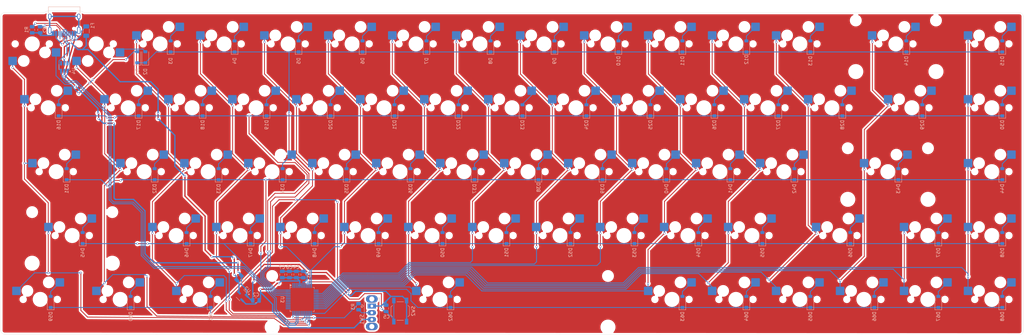
<source format=kicad_pcb>
(kicad_pcb (version 20241229) (generator "pcbnew") (generator_version "9.0")
  (layers (0 "F.Cu" signal) (2 "B.Cu" signal) (13 "F.Paste" user) (15 "B.Paste" user) (5 "F.SilkS" user "F.Silkscreen") (7 "B.SilkS" user "B.Silkscreen") (1 "F.Mask" user) (3 "B.Mask" user) (25 "Edge.Cuts" user))
  (net 0 "")
  (net 1 "GND")
  (net 2 "+5V")
  (net 3 "+3V3")
  (net 4 "nRST")
  (net 5 "Net-(D1-A)")
  (net 6 "ROW0")
  (net 7 "Net-(D2-A)")
  (net 8 "Net-(D3-A)")
  (net 9 "Net-(D4-A)")
  (net 10 "Net-(D5-A)")
  (net 11 "Net-(D6-A)")
  (net 12 "Net-(D7-A)")
  (net 13 "Net-(D8-A)")
  (net 14 "Net-(D9-A)")
  (net 15 "Net-(D10-A)")
  (net 16 "Net-(D11-A)")
  (net 17 "Net-(D12-A)")
  (net 18 "Net-(D13-A)")
  (net 19 "Net-(D14-A)")
  (net 20 "Net-(D15-A)")
  (net 21 "Net-(D16-A)")
  (net 22 "ROW1")
  (net 23 "Net-(D17-A)")
  (net 24 "Net-(D18-A)")
  (net 25 "Net-(D19-A)")
  (net 26 "Net-(D20-A)")
  (net 27 "Net-(D21-A)")
  (net 28 "Net-(D22-A)")
  (net 29 "Net-(D23-A)")
  (net 30 "Net-(D24-A)")
  (net 31 "Net-(D25-A)")
  (net 32 "Net-(D26-A)")
  (net 33 "Net-(D27-A)")
  (net 34 "Net-(D28-A)")
  (net 35 "Net-(D29-A)")
  (net 36 "Net-(D30-A)")
  (net 37 "ROW2")
  (net 38 "Net-(D31-A)")
  (net 39 "Net-(D32-A)")
  (net 40 "Net-(D33-A)")
  (net 41 "Net-(D34-A)")
  (net 42 "Net-(D35-A)")
  (net 43 "Net-(D36-A)")
  (net 44 "Net-(D37-A)")
  (net 45 "Net-(D38-A)")
  (net 46 "Net-(D39-A)")
  (net 47 "Net-(D40-A)")
  (net 48 "Net-(D41-A)")
  (net 49 "Net-(D42-A)")
  (net 50 "Net-(D43-A)")
  (net 51 "Net-(D44-A)")
  (net 52 "Net-(D45-A)")
  (net 53 "ROW3")
  (net 54 "Net-(D46-A)")
  (net 55 "Net-(D47-A)")
  (net 56 "Net-(D48-A)")
  (net 57 "Net-(D49-A)")
  (net 58 "Net-(D50-A)")
  (net 59 "Net-(D51-A)")
  (net 60 "Net-(D52-A)")
  (net 61 "Net-(D53-A)")
  (net 62 "Net-(D54-A)")
  (net 63 "Net-(D55-A)")
  (net 64 "Net-(D56-A)")
  (net 65 "Net-(D57-A)")
  (net 66 "Net-(D58-A)")
  (net 67 "Net-(D59-A)")
  (net 68 "ROW4")
  (net 69 "Net-(D60-A)")
  (net 70 "Net-(D61-A)")
  (net 71 "Net-(D62-A)")
  (net 72 "Net-(D63-A)")
  (net 73 "Net-(D64-A)")
  (net 74 "Net-(D65-A)")
  (net 75 "Net-(D66-A)")
  (net 76 "Net-(D67-A)")
  (net 77 "Net-(D68-A)")
  (net 78 "VBUS")
  (net 79 "D+")
  (net 80 "D-")
  (net 82 "Net-(J1-CC2)")
  (net 83 "Net-(J1-CC1)")
  (net 85 "COL0")
  (net 86 "COL1")
  (net 87 "COL2")
  (net 88 "COL3")
  (net 89 "COL4")
  (net 90 "COL5")
  (net 91 "COL6")
  (net 92 "COL7")
  (net 93 "COL8")
  (net 94 "COL9")
  (net 95 "COL10")
  (net 96 "COL11")
  (net 97 "COL12")
  (net 98 "COL13")
  (net 99 "COL14")
  (net 100 "BOOT0")
  (net 101 "Net-(SW1-B)")
  (net 118 "COL15")
  (footprint "Diode_SMD:D_SOD-123" (layer "B.Cu") (at 131.6975 76.95 90)
    (property "Reference" "D35")
    (property "Value" "1N4148W")
  )
  (footprint "MX_Hotswap:MX-Hotswap-1U" (layer "B.Cu") (at 252.4125 95.25 180)
    (property "Reference" "MX55")
    (property "Value" "/")
  )
  (footprint "Package_TO_SOT_SMD:SOT-23-6" (layer "B.Cu") (at 47.625 45.0125 90)
    (property "Reference" "U4")
    (property "Value" "SRV05-4")
  )
  (footprint "Diode_SMD:D_SOD-123" (layer "B.Cu") (at 326.96 38.85 90)
    (property "Reference" "D15")
    (property "Value" "1N4148W")
  )
  (footprint "Diode_SMD:D_SOD-123" (layer "B.Cu") (at 91.21625 115.05 90)
    (property "Reference" "D61")
    (property "Value" "1N4148W")
  )
  (footprint "Diode_SMD:D_SOD-123" (layer "B.Cu") (at 307.91 115.05 90)
    (property "Reference" "D67")
    (property "Value" "1N4148W")
  )
  (footprint "MX_Hotswap:MX-Hotswap-1U" (layer "B.Cu") (at 166.6875 76.2 180)
    (property "Reference" "MX37")
    (property "Value" "H")
  )
  (footprint "MX_Hotswap:MX-Hotswap-1.5U" (layer "B.Cu") (at 42.8625 57.15 180)
    (property "Reference" "MX16")
    (property "Value" "Tab")
  )
  (footprint "Diode_SMD:D_SOD-123" (layer "B.Cu") (at 141.2225 96 90)
    (property "Reference" "D49")
    (property "Value" "1N4148W")
  )
  (footprint "Diode_SMD:D_SOD-123" (layer "B.Cu") (at 217.4225 96 90)
    (property "Reference" "D53")
    (property "Value" "1N4148W")
  )
  (footprint "Diode_SMD:D_SOD-123" (layer "B.Cu") (at 207.8975 76.95 90)
    (property "Reference" "D39")
    (property "Value" "1N4148W")
  )
  (footprint "MX_Hotswap:MX-Hotswap-1U" (layer "B.Cu") (at 257.175 57.15 180)
    (property "Reference" "MX27")
    (property "Value" "[")
  )
  (footprint "Diode_SMD:D_SOD-123" (layer "B.Cu") (at 112.6475 76.95 90)
    (property "Reference" "D34")
    (property "Value" "1N4148W")
  )
  (footprint "MX_Hotswap:MX-Hotswap-1U" (layer "B.Cu") (at 185.7375 76.2 180)
    (property "Reference" "MX38")
    (property "Value" "J")
  )
  (footprint "Diode_SMD:D_SOD-123" (layer "B.Cu") (at 250.76 38.85 90)
    (property "Reference" "D12")
    (property "Value" "1N4148W")
  )
  (footprint "Diode_SMD:D_SOD-123" (layer "B.Cu") (at 107.885 57.9 90)
    (property "Reference" "D19")
    (property "Value" "1N4148W")
  )
  (footprint "Resistor_SMD:R_0805_2012Metric" (layer "B.Cu") (at 135.275 116.4625 -90)
    (property "Reference" "R3")
    (property "Value" "10k")
  )
  (footprint "MX_Hotswap:MX-Hotswap-1U" (layer "B.Cu") (at 66.675 57.15 180)
    (property "Reference" "MX17")
    (property "Value" "Q")
  )
  (footprint "MX_Hotswap:MX-Hotswap-2.25U" (layer "B.Cu") (at 50.00625 95.25 180)
    (property "Reference" "MX45")
    (property "Value" "Shift")
  )
  (footprint "Diode_SMD:D_SOD-123" (layer "B.Cu") (at 303.1475 57.9 90)
    (property "Reference" "D29")
    (property "Value" "1N4148W")
  )
  (footprint "MX_Hotswap:MX-Hotswap-1U" (layer "B.Cu") (at 80.9625 95.25 180)
    (property "Reference" "MX46")
    (property "Value" "Z")
  )
  (footprint "Diode_SMD:D_SOD-123" (layer "B.Cu") (at 93.5975 76.95 90)
    (property "Reference" "D33")
    (property "Value" "1N4148W")
  )
  (footprint "MX_Hotswap:MX-Hotswap-1U" (layer "B.Cu") (at 228.6 38.1 180)
    (property "Reference" "MX11")
    (property "Value" "0")
  )
  (footprint "Diode_SMD:D_SOD-123" (layer "B.Cu") (at 69.785 57.9 90)
    (property "Reference" "D17")
    (property "Value" "1N4148W")
  )
  (footprint "Capacitor_SMD:C_0805_2012Metric" (layer "B.Cu") (at 143.475 116.975 90)
    (property "Reference" "C5")
    (property "Value" "0.1uF")
  )
  (footprint "Connector_USB:USB_C_Receptacle_HRO_TYPE-C-31-M-12" (layer "B.Cu") (at 47.625 30.95625)
    (property "Reference" "J1")
    (property "Value" "USB_C_Receptacle_USB2.0_16P")
  )
  (footprint "MX_Hotswap:MX-Hotswap-1U" (layer "B.Cu") (at 180.975 57.15 180)
    (property "Reference" "MX23")
    (property "Value" "U")
  )
  (footprint "MX_Hotswap:MX-Hotswap-1U" (layer "B.Cu") (at 109.5375 76.2 180)
    (property "Reference" "MX34")
    (property "Value" "D")
  )
  (footprint "MX_Hotswap:MX-Hotswap-1U" (layer "B.Cu") (at 204.7875 76.2 180)
    (property "Reference" "MX39")
    (property "Value" "K")
  )
  (footprint "Diode_SMD:D_SOD-123" (layer "B.Cu") (at 245.9975 76.95 90)
    (property "Reference" "D41")
    (property "Value" "1N4148W")
  )
  (footprint "MX_Hotswap:MX-Hotswap-1.25U" (layer "B.Cu") (at 40.48125 114.3 180)
    (property "Reference" "MX59")
    (property "Value" "Ctrl")
  )
  (footprint "MX_Hotswap:MX-Hotswap-1U" (layer "B.Cu") (at 123.825 57.15 180)
    (property "Reference" "MX20")
    (property "Value" "R")
  )
  (footprint "Diode_SMD:D_SOD-123" (layer "B.Cu") (at 48.35375 76.95 90)
    (property "Reference" "D31")
    (property "Value" "1N4148W")
  )
  (footprint "Diode_SMD:D_SOD-123" (layer "B.Cu") (at 279.335 57.9 90)
    (property "Reference" "D28")
    (property "Value" "1N4148W")
  )
  (footprint "MX_Hotswap:MX-Hotswap-1U" (layer "B.Cu") (at 38.1 38.1)
    (property "Reference" "MX1")
    (property "Value" "Esc")
  )
  (footprint "Capacitor_SMD:C_0805_2012Metric" (layer "B.Cu") (at 112.564999 106.875 90)
    (property "Reference" "C7")
    (property "Value" "0.1uF")
  )
  (footprint "Capacitor_SMD:C_0805_2012Metric" (layer "B.Cu") (at 116.75625 106.875001 90)
    (property "Reference" "C4")
    (property "Value" "0.1uF")
  )
  (footprint "Diode_SMD:D_SOD-123" (layer "B.Cu") (at 162.65375 115.05 90)
    (property "Reference" "D62")
    (property "Value" "1N4148W")
  )
  (footprint "Diode_SMD:D_SOD-123" (layer "B.Cu") (at 53.11625 96 90)
    (property "Reference" "D45")
    (property "Value" "1N4148W")
  )
  (footprint "Capacitor_SMD:C_0805_2012Metric" (layer "B.Cu") (at 104.725 114.575 180)
    (property "Reference" "C2")
    (property "Value" "1Uf")
  )
  (footprint "MX_Hotswap:MX-Hotswap-1U" (layer "B.Cu") (at 233.3625 95.25 180)
    (property "Reference" "MX54")
    (property "Value" ".")
  )
  (footprint "Diode_SMD:D_SOD-123" (layer "B.Cu") (at 74.5475 76.95 90)
    (property "Reference" "D32")
    (property "Value" "1N4148W")
  )
  (footprint "Diode_SMD:D_SOD-123" (layer "B.Cu") (at 88.835 57.9 90)
    (property "Reference" "D18")
    (property "Value" "1N4148W")
  )
  (footprint "Diode_SMD:D_SOD-123" (layer "B.Cu") (at 241.235 57.9 90)
    (property "Reference" "D26")
    (property "Value" "1N4148W")
  )
  (footprint "Capacitor_SMD:C_0805_2012Metric" (layer "B.Cu") (at 118.85625 106.875 90)
    (property "Reference" "C3")
    (property "Value" "4.7uF")
  )
  (footprint "MX_Hotswap:MX-Hotswap-2U" (layer "B.Cu") (at 295.275 38.1 180)
    (property "Reference" "MX14")
    (property "Value" "Backspace")
  )
  (footprint "MX_Hotswap:MX-Hotswap-1U" (layer "B.Cu") (at 247.65 114.3 180)
    (property "Reference" "MX64")
    (property "Value" "Fn")
  )
  (footprint "Resistor_SMD:R_0805_2012Metric" (layer "B.Cu") (at 38.075 33.8875 -90)
    (property "Reference" "R1")
    (property "Value" "5.1K")
  )
  (footprint "Diode_SMD:D_SOD-123" (layer "B.Cu") (at 71.775 42.06875 90)
    (property "Reference" "D2")
    (property "Value" "1N4148W")
  )
  (footprint "MX_Hotswap:MX-Hotswap-1U" (layer "B.Cu") (at 209.55 38.1 180)
    (property "Reference" "MX10")
    (property "Value" "9")
  )
  (footprint "Diode_SMD:D_SOD-123" (layer "B.Cu") (at 198.3725 96 90)
    (property "Reference" "D52")
    (property "Value" "1N4148W")
  )
  (footprint "Diode_SMD:D_SOD-123" (layer "B.Cu") (at 296.00375 76.95 90)
    (property "Reference" "D43")
    (property "Value" "1N4148W")
  )
  (footprint "MX_Hotswap:MX-Hotswap-1U" (layer "B.Cu") (at 147.6375 76.2 180)
    (property "Reference" "MX36")
    (property "Value" "G")
  )
  (footprint "MX_Hotswap:MX-Hotswap-6.25U" (layer "B.Cu") (at 159.54375 114.3 180)
    (property "Reference" "MX62")
    (property "Value" "Space")
  )
  (footprint "Diode_SMD:D_SOD-123" (layer "B.Cu") (at 169.7975 76.95 90)
    (property "Reference" "D37")
    (property "Value" "1N4148W")
  )
  (footprint "Diode_SMD:D_SOD-123" (layer "B.Cu") (at 236.4725 96 90)
    (property "Reference" "D54")
    (property "Value" "1N4148W")
  )
  (footprint "Package_QFP:LQFP-48_7x7mm_P0.5mm" (layer "B.Cu") (at 118.475 114.3 -90)
    (property "Reference" "U3")
    (property "Value" "STM32G0B1CBTx")
  )
  (footprint "Diode_SMD:D_SOD-123" (layer "B.Cu") (at 84.0725 96 90)
    (property "Reference" "D46")
    (property "Value" "1N4148W")
  )
  (footprint "MX_Hotswap:MX-Hotswap-1U" (layer "B.Cu") (at 304.8 95.25 180)
    (property "Reference" "MX57")
    (property "Value" "Arrow_Up")
  )
  (footprint "Diode_SMD:D_SOD-123" (layer "B.Cu") (at 212.66 38.85 90)
    (property "Reference" "D10")
    (property "Value" "1N4148W")
  )
  (footprint "Diode_SMD:D_SOD-123" (layer "B.Cu") (at 255.5225 96 90)
    (property "Reference" "D55")
    (property "Value" "1N4148W")
  )
  (footprint "MX_Hotswap:MX-Hotswap-1U" (layer "B.Cu") (at 200.025 57.15 180)
    (property "Reference" "MX24")
    (property "Value" "I")
  )
  (footprint "Diode_SMD:D_SOD-123" (layer "B.Cu") (at 193.61 38.85 90)
    (property "Reference" "D9")
    (property "Value" "1N4148W")
  )
  (footprint "Diode_SMD:D_SOD-123" (layer "B.Cu") (at 222.185 57.9 90)
    (property "Reference" "D25")
    (property "Value" "1N4148W")
  )
  (footprint "MX_Hotswap:MX-Hotswap-1U" (layer "B.Cu") (at 285.75 114.3 180)
    (property "Reference" "MX66")
    (property "Value" "Arrow_Left")
  )
  (footprint "MX_Hotswap:MX-Hotswap-1U" (layer "B.Cu") (at 266.7 114.3 180)
    (property "Reference" "MX65")
    (property "Value" "R_Ctrl")
  )
  (footprint "MX_Hotswap:MX-Hotswap-1U" (layer "B.Cu") (at 138.1125 95.25 180)
    (property "Reference" "MX49")
    (property "Value" "V")
  )
  (footprint "MX_Hotswap:MX-Hotswap-1U" (layer "B.Cu") (at 266.7 38.1 180)
    (property "Reference" "MX13")
    (property "Value" "=")
  )
  (footprint "MX_Hotswap:MX-Hotswap-1U" (layer "B.Cu") (at 304.8 114.3 180)
    (property "Reference" "MX67")
    (property "Value" "Arrow_Down")
  )
  (footprint "MX_Hotswap:MX-Hotswap-1U" (layer "B.Cu") (at 133.35 38.1 180)
    (property "Reference" "MX6")
    (property "Value" "5")
  )
  (footprint "Diode_SMD:D_SOD-123" (layer "B.Cu") (at 103.1225 96 90)
    (property "Reference" "D47")
    (property "Value" "1N4148W")
  )
  (footprint "Resistor_SMD:R_0805_2012Metric" (layer "B.Cu") (at 40.475 33.8875 -90)
    (property "Reference" "R2")
    (property "Value" "5.1K")
  )
  (footprint "Diode_SMD:D_SOD-123" (layer "B.Cu") (at 188.8475 76.95 90)
    (property "Reference" "D38")
    (property "Value" "1N4148W")
  )
  (footprint "Diode_SMD:D_SOD-123" (layer "B.Cu") (at 326.96 115.05 90)
    (property "Reference" "D68")
    (property "Value" "1N4148W")
  )
  (footprint "Capacitor_SMD:C_0805_2012Metric" (layer "B.Cu") (at 114.675 106.875 90)
    (property "Reference" "C6")
    (property "Value" "1uF")
  )
  (footprint "MX_Hotswap:MX-Hotswap-1U" (layer "B.Cu") (at 238.125 57.15 180)
    (property "Reference" "MX26")
    (property "Value" "P")
  )
  (footprint "MX_Hotswap:MX-Hotswap-1.75U" (layer "B.Cu") (at 278.60625 95.25 180)
    (property "Reference" "MX56")
    (property "Value" "Shift")
  )
  (footprint "MX_Hotswap:MX-Hotswap-1U" (layer "B.Cu") (at 228.6 114.3 180)
    (property "Reference" "MX63")
    (property "Value" "R_Alt")
  )
  (footprint "Diode_SMD:D_SOD-123" (layer "B.Cu") (at 326.96 96 90)
    (property "Reference" "D58")
    (property "Value" "1N4148W")
  )
  (footprint "Diode_SMD:D_SOD-123" (layer "B.Cu") (at 281.71625 96 90)
    (property "Reference" "D56")
    (property "Value" "1N4148W")
  )
  (footprint "MX_Hotswap:MX-Hotswap-1U" (layer "B.Cu") (at 190.5 38.1 180)
    (property "Reference" "MX9")
    (property "Value" "8")
  )
  (footprint "Diode_SMD:D_SOD-123" (layer "B.Cu") (at 145.985 57.9 90)
    (property "Reference" "D21")
    (property "Value" "1N4148W")
  )
  (footprint "Diode_SMD:D_SOD-123" (layer "B.Cu") (at 184.085 57.9 90)
    (property "Reference" "D23")
    (property "Value" "1N4148W")
  )
  (footprint "MX_Hotswap:MX-Hotswap-1U" (layer "B.Cu") (at 157.1625 95.25 180)
    (property "Reference" "MX50")
    (property "Value" "B")
  )
  (footprint "Diode_SMD:D_SOD-123" (layer "B.Cu") (at 203.135 57.9 90)
    (property "Reference" "D24")
    (property "Value" "1N4148W")
  )
  (footprint "MX_Hotswap:MX-Hotswap-1U" (layer "B.Cu") (at 171.45 38.1 180)
    (property "Reference" "MX8")
    (property "Value" "7")
  )
  (footprint "Diode_SMD:D_SOD-123" (layer "B.Cu") (at 265.0475 76.95 90)
    (property "Reference" "D42")
    (property "Value" "1N4148W")
  )
  (footprint "Fuse:Fuse_1206_3216Metric" (layer "B.Cu") (at 54.175 34.275 -90)
    (property "Reference" "F1")
    (property "Value" "1A")
  )
  (footprint "Diode_SMD:D_SOD-123" (layer "B.Cu") (at 165.035 57.9 90)
    (property "Reference" "D22")
    (property "Value" "1N4148W")
  )
  (footprint "MX_Hotswap:MX-Hotswap-1U" (layer "B.Cu") (at 71.4375 76.2 180)
    (property "Reference" "MX32")
    (property "Value" "A")
  )
  (footprint "Diode_SMD:D_SOD-123" (layer "B.Cu") (at 326.96 76.95 90)
    (property "Reference" "D44")
    (property "Value" "1N4148W")
  )
  (footprint "MX_Hotswap:MX-Hotswap-1U" (layer "B.Cu") (at 128.5875 76.2 180)
    (property "Reference" "MX35")
    (property "Value" "F")
  )
  (footprint "Diode_SMD:D_SOD-123" (layer "B.Cu") (at 179.3225 96 90)
    (property "Reference" "D51")
    (property "Value" "1N4148W")
  )
  (footprint "Diode_SMD:D_SOD-123" (layer "B.Cu") (at 150.7475 76.95 90)
    (property "Reference" "D36")
    (property "Value" "1N4148W")
  )
  (footprint "MX_Hotswap:MX-Hotswap-1U" (layer "B.Cu") (at 95.25 38.1 180)
    (property "Reference" "MX4")
    (property "Value" "3")
  )
  (footprint "MX_Hotswap:MX-Hotswap-1U" (layer "B.Cu") (at 104.775 57.15 180)
    (property "Reference" "MX19")
    (property "Value" "E")
  )
  (footprint "MX_Hotswap:MX-Hotswap-1U" (layer "B.Cu") (at 261.9375 76.2 180)
    (property "Reference" "MX42")
    (property "Value" "'")
  )
  (footprint "MX_Hotswap:MX-Hotswap-1U" (layer "B.Cu") (at 323.85 95.25 180)
    (property "Reference" "MX58")
    (property "Value" "Pgdown")
  )
  (footprint "MX_Hotswap:MX-Hotswap-1U" (layer "B.Cu") (at 57.15 38.1)
    (property "Reference" "MX2")
    (property "Value" "1")
  )
  (footprint "MX_Hotswap:MX-Hotswap-1U" (layer "B.Cu") (at 114.3 38.1 180)
    (property "Reference" "MX5")
    (property "Value" "4")
  )
  (footprint "MX_Hotswap:MX-Hotswap-1U" (layer "B.Cu") (at 195.2625 95.25 180)
    (property "Reference" "MX52")
    (property "Value" "M")
  )
  (footprint "MX_Hotswap:MX-Hotswap-2.25U" (layer "B.Cu") (at 292.89375 76.2 180)
    (property "Reference" "MX43")
    (property "Value" "Enter")
  )
  (footprint "Diode_SMD:D_SOD-123" (layer "B.Cu") (at 155.51 38.85 90)
    (property "Reference" "D7")
    (property "Value" "1N4148W")
  )
  (footprint "Diode_SMD:D_SOD-123" (layer "B.Cu") (at 269.81 38.85 90)
    (property "Reference" "D13")
    (property "Value" "1N4148W")
  )
  (footprint "MX_Hotswap:MX-Hotswap-1U" (layer "B.Cu") (at 323.85 57.15 180)
    (property "Reference" "MX30")
    (property "Value" "Del")
  )
  (footprint "Button_Switch_SMD:SW_SPST_TL3342" (layer "B.Cu") (at 147.675 117.775 -90)
    (property "Reference" "SW2")
    (property "Value" "SW_Push")
  )
  (footprint "MX_Hotswap:MX-Hotswap-1U" (layer "B.Cu") (at 276.225 57.15 180)
    (property "Reference" "MX28")
    (property "Value" "]")
  )
  (footprint "Diode_SMD:D_SOD-123" (layer "B.Cu") (at 269.81 115.05 90)
    (property "Reference" "D65")
    (property "Value" "1N4148W")
  )
  (footprint "Diode_SMD:D_SOD-123" (layer "B.Cu") (at 43.59125 115.05 90)
    (property "Reference" "D59")
    (property "Value" "1N4148W")
  )
  (footprint "MX_Hotswap:MX-Hotswap-1U" (layer "B.Cu") (at 142.875 57.15 180)
    (property "Reference" "MX21")
    (property "Value" "T")
  )
  (footprint "MX_Hotswap:MX-Hotswap-1U" (layer "B.Cu") (at 323.85 114.3 180)
    (property "Reference" "MX68")
    (property "Value" "Arrow_Right")
  )
  (footprint "Diode_SMD:D_SOD-123" (layer "B.Cu") (at 122.1725 96 90)
    (property "Reference" "D48")
    (property "Value" "1N4148W")
  )
  (footprint "Diode_SMD:D_SOD-123" (layer "B.Cu") (at 231.71 38.85 90)
    (property "Reference" "D11")
    (property "Value" "1N4148W")
  )
  (footprint "Diode_SMD:D_SOD-123" (layer "B.Cu") (at 226.9475 76.95 90)
    (property "Reference" "D40")
    (property "Value" "1N4148W")
  )
  (footprint "Diode_SMD:D_SOD-123" (layer "B.Cu") (at 174.56 38.85 90)
    (property "Reference" "D8")
    (property "Value" "1N4148W")
  )
  (footprint "MX_Hotswap:MX-Hotswap-1U" (layer "B.Cu") (at 214.3125 95.25 180)
    (property "Reference" "MX53")
    (property "Value" ",")
  )
  (footprint "Diode_SMD:D_SOD-123" (layer "B.Cu") (at 250.76 115.05 90)
    (property "Reference" "D64")
    (property "Value" "1N4148W")
  )
  (footprint "Diode_SMD:D_SOD-123" (layer "B.Cu") (at 260.285 57.9 90)
    (property "Reference" "D27")
    (property "Value" "1N4148W")
  )
  (footprint "Diode_SMD:D_SOD-123" (layer "B.Cu") (at 69.375 42.06875 90)
    (property "Reference" "D1")
    (property "Value" "1N4148W")
  )
  (footprint "MX_Hotswap:MX-Hotswap-1U" (layer "B.Cu") (at 85.725 57.15 180)
    (property "Reference" "MX18")
    (property "Value" "W")
  )
  (footprint "Diode_SMD:D_SOD-123" (layer "B.Cu") (at 136.46 38.85 90)
    (property "Reference" "D6")
    (property "Value" "1N4148W")
  )
  (footprint "MX_Hotswap:MX-Hotswap-1U" (layer "B.Cu") (at 76.2 38.1 180)
    (property "Reference" "MX3")
    (property "Value" "2")
  )
  (footprint "Diode_SMD:D_SOD-123" (layer "B.Cu") (at 231.71 115.05 90)
    (property "Reference" "D63")
    (property "Value" "1N4148W")
  )
  (footprint "Button_Switch_THT:SW_Slide_SPDT_Straight_CK_OS102011MS2Q" (layer "B.Cu") (at 139.225 116.275 -90)
    (property "Reference" "SW1")
    (property "Value" "SW_SPDT")
  )
  (footprint "MX_Hotswap:MX-Hotswap-1U" (layer "B.Cu") (at 223.8375 76.2 180)
    (property "Reference" "MX40")
    (property "Value" "L")
  )
  (footprint "Diode_SMD:D_SOD-123" (layer "B.Cu") (at 307.91 96 90)
    (property "Reference" "D57")
    (property "Value" "1N4148W")
  )
  (footprint "Diode_SMD:D_SOD-123" (layer "B.Cu") (at 67.40375 115.05 90)
    (property "Reference" "D60")
    (property "Value" "1N4148W")
  )
  (footprint "Capacitor_SMD:C_0805_2012Metric" (layer "B.Cu") (at 99.675 107.875 45)
    (property "Reference" "C1")
    (property "Value" "1uF")
  )
  (footprint "Diode_SMD:D_SOD-123" (layer "B.Cu") (at 98.36 38.85 90)
    (property "Reference" "D4")
    (property "Value" "1N4148W")
  )
  (footprint "Package_TO_SOT_SMD:SOT-23-3" (layer "B.Cu") (at 100.475 113.075 135)
    (property "Reference" "U2")
    (property "Value" "XC6206P332MR")
  )
  (footprint "MX_Hotswap:MX-Hotswap-1.5U" (layer "B.Cu") (at 300.0375 57.15 180)
    (property "Reference" "MX29")
    (property "Value" "\\")
  )
  (footprint "Diode_SMD:D_SOD-123" (layer "B.Cu") (at 79.31 38.85 90)
    (property "Reference" "D3")
    (property "Value" "1N4148W")
  )
  (footprint "MX_Hotswap:MX-Hotswap-1U" (layer "B.Cu") (at 90.4875 76.2 180)
    (property "Reference" "MX33")
    (property "Value" "S")
  )
  (footprint "MX_Hotswap:MX-Hotswap-1U" (layer "B.Cu") (at 219.075 57.15 180)
    (property "Reference" "MX25")
    (property "Value" "O")
  )
  (footprint "MX_Hotswap:MX-Hotswap-1U" (layer "B.Cu") (at 161.925 57.15 180)
    (property "Reference" "MX22")
    (property "Value" "Y")
  )
  (footprint "MX_Hotswap:MX-Hotswap-1U" (layer "B.Cu") (at 152.4 38.1 180)
    (property "Reference" "MX7")
    (property "Value" "6")
  )
  (footprint "MX_Hotswap:MX-Hotswap-1.25U" (layer "B.Cu") (at 64.29375 114.3 180)
    (property "Reference" "MX60")
    (property "Value" "Win")
  )
  (footprint "Diode_SMD:D_SOD-123" (layer "B.Cu") (at 117.41 38.85 90)
    (property "Reference" "D5")
    (property "Value" "1N4148W")
  )
  (footprint "Diode_SMD:D_SOD-123" (layer "B.Cu") (at 326.96 57.9 90)
    (property "Reference" "D30")
    (property "Value" "1N4148W")
  )
  (footprint "MX_Hotswap:MX-Hotswap-1U" (layer "B.Cu") (at 242.8875 76.2 180)
    (property "Reference" "MX41")
    (property "Value" ";")
  )
  (footprint "Diode_SMD:D_SOD-123" (layer "B.Cu") (at 160.2725 96 90)
    (property "Reference" "D50")
    (property "Value" "1N4148W")
  )
  (footprint "Diode_SMD:D_SOD-123" (layer "B.Cu") (at 126.935 57.9 90)
    (property "Reference" "D20")
    (property "Value" "1N4148W")
  )
  (footprint "MX_Hotswap:MX-Hotswap-1U" (layer "B.Cu") (at 323.85 38.1 180)
    (property "Reference" "MX15")
    (property "Value" "`")
  )
  (footprint "Diode_SMD:D_SOD-123" (layer "B.Cu") (at 298.385 38.85 90)
    (property "Reference" "D14")
    (property "Value" "1N4148W")
  )
  (footprint "Diode_SMD:D_SOD-123" (layer "B.Cu") (at 288.86 115.05 90)
    (property "Reference" "D66")
    (property "Value" "1N4148W")
  )
  (footprint "MX_Hotswap:MX-Hotswap-1U" (layer "B.Cu") (at 323.85 76.2 180)
    (property "Reference" "MX44")
    (property "Value" "Pgup")
  )
  (footprint "Diode_SMD:D_SOD-123" (layer "B.Cu") (at 45.9725 57.9 90)
    (property "Reference" "D16")
    (property "Value" "1N4148W")
  )
  (footprint "MX_Hotswap:MX-Hotswap-1U" (layer "B.Cu") (at 176.2125 95.25 180)
    (property "Reference" "MX51")
    (property "Value" "N")
  )
  (footprint "MX_Hotswap:MX-Hotswap-1U" (layer "B.Cu") (at 247.65 38.1 180)
    (property "Reference" "MX12")
    (property "Value" "-")
  )
  (footprint "MX_Hotswap:MX-Hotswap-1U" (layer "B.Cu") (at 119.0625 95.25 180)
    (property "Reference" "MX48")
    (property "Value" "C")
  )
  (footprint "MX_Hotswap:MX-Hotswap-1U" (layer "B.Cu") (at 100.0125 95.25 180)
    (property "Reference" "MX47")
    (property "Value" "X")
  )
  (footprint "MX_Hotswap:MX-Hotswap-1.75U" (layer "B.Cu") (at 45.24375 76.2 180)
    (property "Reference" "MX31")
    (property "Value" "Capslock")
  )
  (footprint "MX_Hotswap:MX-Hotswap-1.25U" (layer "B.Cu") (at 88.10625 114.3 180)
    (property "Reference" "MX61")
    (property "Value" "Alt")
  )
  (gr_line (start 29.875 124.675) (end 332.075 124.875) (stroke (width 0.05)) (layer "Edge.Cuts"))
  (gr_line (start 53.625001 28.775) (end 52.275 28.175) (stroke (width 0.05)) (layer "Edge.Cuts"))
  (gr_arc (start 333.174999 123.775) (mid 332.852816 124.552816) (end 332.075 124.874999) (stroke (width 0.05)) (layer "Edge.Cuts"))
  (gr_arc (start 28.774997 29.874997) (mid 29.09718 29.09718) (end 29.874997 28.774997) (stroke (width 0.05)) (layer "Edge.Cuts"))
  (gr_line (start 333.175 29.875) (end 333.175 123.775) (stroke (width 0.05)) (layer "Edge.Cuts"))
  (gr_arc (start 29.875 124.675) (mid 29.097183 124.352817) (end 28.775 123.575) (stroke (width 0.05)) (layer "Edge.Cuts"))
  (gr_line (start 28.775 123.575) (end 28.774997 29.875) (stroke (width 0.05)) (layer "Edge.Cuts"))
  (gr_arc (start 332.075 28.775) (mid 332.852817 29.097183) (end 333.175 29.875) (stroke (width 0.05)) (layer "Edge.Cuts"))
  (gr_line (start 41.575 28.775) (end 42.925001 28.175) (stroke (width 0.05)) (layer "Edge.Cuts"))
  (gr_line (start 53.625001 28.775) (end 332.075 28.775) (stroke (width 0.05)) (layer "Edge.Cuts"))
  (gr_line (start 42.925001 28.175) (end 52.275 28.175) (stroke (width 0.05)) (layer "Edge.Cuts"))
  (gr_line (start 29.875 28.774997) (end 41.575 28.775) (stroke (width 0.05)) (layer "Edge.Cuts"))
  (segment (start 125.67502 106.275) (end 131.952669 112.552649) (width 0.381) (layer "F.Cu") (net 1))
  (segment (start 57.875 58.975) (end 57.675 58.775) (width 0.381) (layer "F.Cu") (net 1))
  (segment (start 57.875 60.375) (end 57.875 58.975) (width 0.381) (layer "F.Cu") (net 1))
  (segment (start 47.925 47.625) (end 47.625 47.625) (width 0.381) (layer "F.Cu") (net 1))
  (segment (start 62.275 61.775) (end 60.2798 61.775) (width 0.381) (layer "F.Cu") (net 1))
  (segment (start 50.275 38.275) (end 50.875 36.375) (width 0.381) (layer "F.Cu") (net 1))
  (segment (start 117.675 103.875) (end 107.175 103.875) (width 0.381) (layer "F.Cu") (net 1))
  (segment (start 50.975 50.675) (end 47.925 47.625) (width 0.381) (layer "F.Cu") (net 1))
  (segment (start 47.625 47.625) (end 50.275 38.275) (width 0.381) (layer "F.Cu") (net 1))
  (segment (start 107.175 103.875) (end 104.114121 106.935879) (width 0.381) (layer "F.Cu") (net 1))
  (segment (start 104.114121 106.935879) (end 104.114121 108.835879) (width 0.381) (layer "F.Cu") (net 1))
  (segment (start 99.375 103.375) (end 99.375 105.975) (width 0.381) (layer "F.Cu") (net 1))
  (segment (start 120.075 106.275) (end 117.675 103.875) (width 0.381) (layer "F.Cu") (net 1))
  (segment (start 120.075 106.275) (end 125.67502 106.275) (width 0.381) (layer "F.Cu") (net 1))
  (via (at 120.075 106.275) (size 0.6) (drill 0.4) (layers "F.Cu" "B.Cu") (net 1))
  (via (at 60.2798 61.775) (size 0.6) (drill 0.4) (layers "F.Cu" "B.Cu") (net 1))
  (via (at 104.114121 108.835879) (size 0.6) (drill 0.4) (layers "F.Cu" "B.Cu") (net 1))
  (via (at 50.975 50.675) (size 0.6) (drill 0.4) (layers "F.Cu" "B.Cu") (net 1))
  (via (at 47.625 47.625) (size 0.6) (drill 0.4) (layers "F.Cu" "B.Cu") (net 1))
  (via (at 131.952669 112.552649) (size 0.6) (drill 0.4) (layers "F.Cu" "B.Cu") (net 1))
  (via (at 57.675 58.775) (size 0.6) (drill 0.4) (layers "F.Cu" "B.Cu") (net 1))
  (via (at 50.875 36.375) (size 0.6) (drill 0.4) (layers "F.Cu" "B.Cu") (net 1))
  (via (at 62.275 61.775) (size 0.6) (drill 0.4) (layers "F.Cu" "B.Cu") (net 1))
  (via (at 99.375 103.375) (size 0.6) (drill 0.4) (layers "F.Cu" "B.Cu") (net 1))
  (via (at 99.375 105.975) (size 0.6) (drill 0.4) (layers "F.Cu" "B.Cu") (net 1))
  (via (at 57.875 60.375) (size 0.6) (drill 0.4) (layers "F.Cu" "B.Cu") (net 1))
  (segment (start 144.9057 113.405701) (end 148.3557 113.405701) (width 0.381) (layer "B.Cu") (net 1))
  (segment (start 57.675 58.775) (end 57.675 57.375) (width 0.381) (layer "B.Cu") (net 1))
  (segment (start 50.875 35.00125) (end 50.875 36.375) (width 0.381) (layer "B.Cu") (net 1))
  (segment (start 148.3557 113.405701) (end 149.575 114.625001) (width 0.381) (layer "B.Cu") (net 1))
  (segment (start 100.346751 107.203249) (end 100.346751 106.946751) (width 0.381) (layer "B.Cu") (net 1))
  (segment (start 118.725 110.1375) (end 118.725 109.125) (width 0.254) (layer "B.Cu") (net 1))
  (segment (start 119.95055 107.019301) (end 120.075 106.894851) (width 0.381) (layer "B.Cu") (net 1))
  (segment (start 119.95055 108.338449) (end 119.258299 109.0307) (width 0.381) (layer "B.Cu") (net 1))
  (segment (start 103.775 114.575) (end 103.318502 114.575) (width 0.381) (layer "B.Cu") (net 1))
  (segment (start 60.2798 61.775) (end 59.275 61.775) (width 0.381) (layer "B.Cu") (net 1))
  (segment (start 43.305 34.08625) (end 43.305 29.90625) (width 0.381) (layer "B.Cu") (net 1))
  (segment (start 64.775 84.475) (end 62.875 84.475) (width 0.381) (layer "B.Cu") (net 1))
  (segment (start 62.475 84.075) (end 62.475 79.775) (width 0.381) (layer "B.Cu") (net 1))
  (segment (start 43.305 29.90625) (end 51.945 29.90625) (width 0.381) (layer "B.Cu") (net 1))
  (segment (start 99.375 103.375) (end 74.375 103.375) (width 0.381) (layer "B.Cu") (net 1))
  (segment (start 62.875 84.475) (end 62.775 84.375) (width 0.381) (layer "B.Cu") (net 1))
  (segment (start 112.564999 105.925001) (end 118.85625 105.925001) (width 0.381) (layer "B.Cu") (net 1))
  (segment (start 103.775 109.175) (end 104.114121 108.835879) (width 0.381) (layer "B.Cu") (net 1))
  (segment (start 40.475 35.475) (end 40.575 35.575) (width 0.381) (layer "B.Cu") (net 1))
  (segment (start 134.375 111.875) (end 143.375 111.875) (width 0.381) (layer "B.Cu") (net 1))
  (segment (start 74.375 103.375) (end 72.375 101.375) (width 0.381) (layer "B.Cu") (net 1))
  (segment (start 59.275 61.775) (end 57.875 60.375) (width 0.381) (layer "B.Cu") (net 1))
  (segment (start 143.375 111.875) (end 144.875 113.375) (width 0.381) (layer "B.Cu") (net 1))
  (segment (start 100.346751 106.946751) (end 99.375 105.975) (width 0.381) (layer "B.Cu") (net 1))
  (segment (start 44.22 35.00125) (end 44.375 35.00125) (width 0.381) (layer "B.Cu") (net 1))
  (segment (start 40.575 35.575) (end 43.80125 35.575) (width 0.381) (layer "B.Cu") (net 1))
  (segment (start 101.951085 113.207583) (end 101.951085 111.380262) (width 0.381) (layer "B.Cu") (net 1))
  (segment (start 43.80125 35.575) (end 44.375 35.00125) (width 0.381) (layer "B.Cu") (net 1))
  (segment (start 72.375 101.375) (end 71.675 100.675) (width 0.381) (layer "B.Cu") (net 1))
  (segment (start 143.475 114.836401) (end 144.9057 113.405701) (width 0.381) (layer "B.Cu") (net 1))
  (segment (start 149.575 114.625001) (end 149.575 120.924999) (width 0.381) (layer "B.Cu") (net 1))
  (segment (start 132.57502 113.175) (end 133.075 113.175) (width 0.381) (layer "B.Cu") (net 1))
  (segment (start 100.346751 109.775928) (end 100.346751 107.203249) (width 0.381) (layer "B.Cu") (net 1))
  (segment (start 118.85625 105.925001) (end 119.95055 107.019301) (width 0.381) (layer "B.Cu") (net 1))
  (segment (start 118.8193 109.0307) (end 118.775 109.075) (width 0.381) (layer "B.Cu") (net 1))
  (segment (start 51.945 34.08625) (end 51.03 35.00125) (width 0.381) (layer "B.Cu") (net 1))
  (segment (start 71.675 100.675) (end 71.675 97.175) (width 0.381) (layer "B.Cu") (net 1))
  (segment (start 62.475 61.975) (end 62.275 61.775) (width 0.381) (layer "B.Cu") (net 1))
  (segment (start 51.03 35.00125) (end 50.875 35.00125) (width 0.381) (layer "B.Cu") (net 1))
  (segment (start 68.475 84.675) (end 68.275 84.475) (width 0.381) (layer "B.Cu") (net 1))
  (segment (start 103.775 114.575) (end 103.775 109.175) (width 0.381) (layer "B.Cu") (net 1))
  (segment (start 38.075 34.8) (end 40.475 34.8) (width 0.381) (layer "B.Cu") (net 1))
  (segment (start 40.475 34.8) (end 40.475 35.475) (width 0.381) (layer "B.Cu") (net 1))
  (segment (start 57.675 57.375) (end 50.975 50.675) (width 0.381) (layer "B.Cu") (net 1))
  (segment (start 142.036401 116.275) (end 144.9057 113.405701) (width 0.381) (layer "B.Cu") (net 1))
  (segment (start 139.225 116.275) (end 142.036401 116.275) (width 0.381) (layer "B.Cu") (net 1))
  (segment (start 131.952669 112.552649) (end 132.57502 113.175) (width 0.381) (layer "B.Cu") (net 1))
  (segment (start 133.075 113.175) (end 134.375 111.875) (width 0.381) (layer "B.Cu") (net 1))
  (segment (start 62.775 84.375) (end 62.475 84.075) (width 0.381) (layer "B.Cu") (net 1))
  (segment (start 43.305 34.08625) (end 44.22 35.00125) (width 0.381) (layer "B.Cu") (net 1))
  (segment (start 71.675 87.875) (end 68.475 84.675) (width 0.381) (layer "B.Cu") (net 1))
  (segment (start 118.725 109.125) (end 118.775 109.075) (width 0.254) (layer "B.Cu") (net 1))
  (segment (start 119.258299 109.0307) (end 118.8193 109.0307) (width 0.381) (layer "B.Cu") (net 1))
  (segment (start 47.625 46.15) (end 47.625 47.625) (width 0.381) (layer "B.Cu") (net 1))
  (segment (start 103.318502 114.575) (end 101.951085 113.207583) (width 0.381) (layer "B.Cu") (net 1))
  (segment (start 68.275 84.475) (end 64.775 84.475) (width 0.381) (layer "B.Cu") (net 1))
  (segment (start 101.951085 111.380262) (end 100.346751 109.775928) (width 0.381) (layer "B.Cu") (net 1))
  (segment (start 51.945 29.90625) (end 51.945 34.08625) (width 0.381) (layer "B.Cu") (net 1))
  (segment (start 62.475 79.775) (end 62.475 61.975) (width 0.381) (layer "B.Cu") (net 1))
  (segment (start 71.675 97.175) (end 71.675 87.875) (width 0.381) (layer "B.Cu") (net 1))
  (segment (start 120.075 106.894851) (end 120.075 106.275) (width 0.381) (layer "B.Cu") (net 1))
  (segment (start 119.95055 107.019301) (end 119.95055 108.338449) (width 0.381) (layer "B.Cu") (net 1))
  (segment (start 143.475 116.025) (end 143.475 114.836401) (width 0.381) (layer "B.Cu") (net 1))
  (segment (start 83.575 83.475) (end 89.575 89.475) (width 0.381) (layer "F.Cu") (net 2))
  (segment (start 83.575 77.575) (end 83.575 83.475) (width 0.381) (layer "F.Cu") (net 2))
  (segment (start 47.625 42.469064) (end 47.675 38.975) (width 0.381) (layer "F.Cu") (net 2))
  (segment (start 47.675 38.975) (end 49.585879 37.664121) (width 0.381) (layer "F.Cu") (net 2))
  (segment (start 89.575 99.575) (end 91.575 101.575) (width 0.381) (layer "F.Cu") (net 2))
  (segment (start 98.075 101.975) (end 98.275 102.175) (width 0.381) (layer "F.Cu") (net 2))
  (segment (start 89.575 89.475) (end 89.575 99.575) (width 0.381) (layer "F.Cu") (net 2))
  (segment (start 98.275 102.175) (end 98.275 106.875) (width 0.381) (layer "F.Cu") (net 2))
  (segment (start 75.575 58.875) (end 75.575 60.375) (width 0.381) (layer "F.Cu") (net 2))
  (via (at 47.625 42.469064) (size 0.6) (drill 0.4) (layers "F.Cu" "B.Cu") (net 2))
  (via (at 91.575 101.575) (size 0.6) (drill 0.4) (layers "F.Cu" "B.Cu") (net 2))
  (via (at 98.275 106.875) (size 0.6) (drill 0.4) (layers "F.Cu" "B.Cu") (net 2))
  (via (at 83.575 77.575) (size 0.6) (drill 0.4) (layers "F.Cu" "B.Cu") (net 2))
  (via (at 75.575 58.875) (size 0.6) (drill 0.4) (layers "F.Cu" "B.Cu") (net 2))
  (via (at 75.575 60.375) (size 0.6) (drill 0.4) (layers "F.Cu" "B.Cu") (net 2))
  (via (at 49.585879 37.664121) (size 0.6) (drill 0.4) (layers "F.Cu" "B.Cu") (net 2))
  (via (at 98.075 101.975) (size 0.6) (drill 0.4) (layers "F.Cu" "B.Cu") (net 2))
  (segment (start 99.670666 112.270666) (end 99.670666 109.214168) (width 0.381) (layer "B.Cu") (net 2))
  (segment (start 75.575 51.575) (end 75.575 58.875) (width 0.381) (layer "B.Cu") (net 2))
  (segment (start 51.696758 39.775) (end 53.075 39.775) (width 0.381) (layer "B.Cu") (net 2))
  (segment (start 99.003249 107.603249) (end 98.275 106.875) (width 0.381) (layer "B.Cu") (net 2))
  (segment (start 80.575 74.575) (end 83.575 77.575) (width 0.381) (layer "B.Cu") (net 2))
  (segment (start 49.585879 37.664121) (end 51.696758 39.775) (width 0.381) (layer "B.Cu") (net 2))
  (segment (start 99.670666 109.214168) (end 99.003249 108.546751) (width 0.381) (layer "B.Cu") (net 2))
  (segment (start 54.175 38.675) (end 54.175 35.674999) (width 0.381) (layer "B.Cu") (net 2))
  (segment (start 99.003249 108.546751) (end 99.003249 107.603249) (width 0.381) (layer "B.Cu") (net 2))
  (segment (start 70.575 49.375) (end 73.375 49.375) (width 0.381) (layer "B.Cu") (net 2))
  (segment (start 54.675 39.775) (end 58.675 43.775) (width 0.381) (layer "B.Cu") (net 2))
  (segment (start 64.275 49.375) (end 70.575 49.375) (width 0.381) (layer "B.Cu") (net 2))
  (segment (start 97.675 101.575) (end 98.075 101.975) (width 0.381) (layer "B.Cu") (net 2))
  (segment (start 53.075 39.775) (end 54.675 39.775) (width 0.381) (layer "B.Cu") (net 2))
  (segment (start 80.575 65.375) (end 80.575 71.575) (width 0.381) (layer "B.Cu") (net 2))
  (segment (start 53.075 39.775) (end 54.175 38.675) (width 0.381) (layer "B.Cu") (net 2))
  (segment (start 47.625 42.469064) (end 47.625 43.875) (width 0.381) (layer "B.Cu") (net 2))
  (segment (start 58.675 43.775) (end 64.275 49.375) (width 0.381) (layer "B.Cu") (net 2))
  (segment (start 75.575 60.375) (end 80.575 65.375) (width 0.381) (layer "B.Cu") (net 2))
  (segment (start 80.575 71.575) (end 80.575 74.575) (width 0.381) (layer "B.Cu") (net 2))
  (segment (start 91.575 101.575) (end 97.675 101.575) (width 0.381) (layer "B.Cu") (net 2))
  (segment (start 73.375 49.375) (end 75.575 51.575) (width 0.381) (layer "B.Cu") (net 2))
  (segment (start 111.075 109.475) (end 111.575 109.475) (width 0.381) (layer "F.Cu") (net 3))
  (segment (start 106.075 111.275) (end 109.275 111.275) (width 0.381) (layer "F.Cu") (net 3))
  (segment (start 109.275 111.275) (end 111.075 109.475) (width 0.381) (layer "F.Cu") (net 3))
  (via (at 111.575 109.475) (size 0.6) (drill 0.4) (layers "F.Cu" "B.Cu") (net 3))
  (via (at 106.075 111.275) (size 0.6) (drill 0.4) (layers "F.Cu" "B.Cu") (net 3))
  (segment (start 106.075 114.175) (end 105.675 114.575) (width 0.381) (layer "B.Cu") (net 3))
  (segment (start 101.725798 115.6693) (end 100.607583 114.551085) (width 0.381) (layer "B.Cu") (net 3))
  (segment (start 117.225001 110.1375) (end 118.225 110.1375) (width 0.254) (layer "B.Cu") (net 3))
  (segment (start 109.675 115.775) (end 109.675 117.775) (width 0.381) (layer "B.Cu") (net 3))
  (segment (start 106.075 111.275) (end 106.075 112.175) (width 0.381) (layer "B.Cu") (net 3))
  (segment (start 117.725 108.79375) (end 117.725 110.1375) (width 0.381) (layer "B.Cu") (net 3))
  (segment (start 139.225 120.275) (end 136.45125 120.275) (width 0.381) (layer "B.Cu") (net 3))
  (segment (start 106.075 112.175) (end 109.675 115.775) (width 0.381) (layer "B.Cu") (net 3))
  (segment (start 112.25625 108.79375) (end 117.725 108.79375) (width 0.381) (layer "B.Cu") (net 3))
  (segment (start 105.675 114.575) (end 104.5807 115.6693) (width 0.381) (layer "B.Cu") (net 3))
  (segment (start 136.45125 120.275) (end 133.95125 122.775) (width 0.381) (layer "B.Cu") (net 3))
  (segment (start 106.075 112.175) (end 106.075 114.175) (width 0.381) (layer "B.Cu") (net 3))
  (segment (start 116.75625 107.825) (end 117.725 108.79375) (width 0.381) (layer "B.Cu") (net 3))
  (segment (start 111.575 109.475) (end 112.25625 108.79375) (width 0.381) (layer "B.Cu") (net 3))
  (segment (start 114.675 122.775) (end 133.95125 122.775) (width 0.381) (layer "B.Cu") (net 3))
  (segment (start 112.564999 107.824999) (end 118.85625 107.824999) (width 0.381) (layer "B.Cu") (net 3))
  (segment (start 104.5807 115.6693) (end 101.725798 115.6693) (width 0.381) (layer "B.Cu") (net 3))
  (segment (start 109.675 117.775) (end 114.675 122.775) (width 0.381) (layer "B.Cu") (net 3))
  (segment (start 137.075 112.575) (end 135.425 114.225) (width 0.254) (layer "F.Cu") (net 4))
  (segment (start 142.175 117.075) (end 142.075 116.975) (width 0.254) (layer "F.Cu") (net 4))
  (segment (start 142.075 112.575) (end 137.075 112.575) (width 0.254) (layer "F.Cu") (net 4))
  (segment (start 142.075 116.975) (end 142.075 112.575) (width 0.254) (layer "F.Cu") (net 4))
  (segment (start 127.36325 109.06325) (end 132.525 114.225) (width 0.254) (layer "F.Cu") (net 4))
  (segment (start 120.170867 109.06325) (end 127.36325 109.06325) (width 0.254) (layer "F.Cu") (net 4))
  (segment (start 135.425 114.225) (end 132.525 114.225) (width 0.254) (layer "F.Cu") (net 4))
  (via (at 142.175 117.075) (size 0.6) (drill 0.4) (layers "F.Cu" "B.Cu") (net 4))
  (via (at 120.170867 109.06325) (size 0.6) (drill 0.4) (layers "F.Cu" "B.Cu") (net 4))
  (segment (start 145.775 120.225) (end 145.775 120.924999) (width 0.254) (layer "B.Cu") (net 4))
  (segment (start 143.475 117.925) (end 143.025 117.925) (width 0.254) (layer "B.Cu") (net 4))
  (segment (start 145.775 120.924999) (end 145.775 114.625001) (width 0.254) (layer "B.Cu") (net 4))
  (segment (start 143.475 117.925) (end 145.775 120.225) (width 0.254) (layer "B.Cu") (net 4))
  (segment (start 143.025 117.925) (end 142.175 117.075) (width 0.254) (layer "B.Cu") (net 4))
  (segment (start 120.225 110.1375) (end 120.225 109.117383) (width 0.254) (layer "B.Cu") (net 4))
  (segment (start 120.225 109.117383) (end 120.170867 109.06325) (width 0.254) (layer "B.Cu") (net 4))
  (segment (start 143.125 117.575) (end 143.475 117.925) (width 0.254) (layer "B.Cu") (net 4))
  (segment (start 62.175 42.775) (end 65.975 42.775) (width 0.254) (layer "F.Cu") (net 5))
  (segment (start 56.175 48.775) (end 62.175 42.775) (width 0.254) (layer "F.Cu") (net 5))
  (segment (start 51.975 52.875) (end 55.075 49.775) (width 0.254) (layer "F.Cu") (net 5))
  (via (at 51.975 52.875) (size 0.6) (drill 0.4) (layers "F.Cu" "B.Cu") (net 5))
  (via (at 55.075 49.775) (size 0.6) (drill 0.4) (layers "F.Cu" "B.Cu") (net 5))
  (via (at 65.975 42.775) (size 0.6) (drill 0.4) (layers "F.Cu" "B.Cu") (net 5))
  (via (at 56.175 48.775) (size 0.6) (drill 0.4) (layers "F.Cu" "B.Cu") (net 5))
  (segment (start 47.375 49.775) (end 47.775 50.175) (width 0.254) (layer "B.Cu") (net 5))
  (segment (start 49.675 50.175) (end 50.3692 50.8692) (width 0.254) (layer "B.Cu") (net 5))
  (segment (start 50.3692 51.2692) (end 51.975 52.875) (width 0.254) (layer "B.Cu") (net 5))
  (segment (start 55.175 49.775) (end 56.175 48.775) (width 0.254) (layer "B.Cu") (net 5))
  (segment (start 55.075 49.775) (end 55.175 49.775) (width 0.254) (layer "B.Cu") (net 5))
  (segment (start 65.975 42.775) (end 68.33125 40.41875) (width 0.254) (layer "B.Cu") (net 5))
  (segment (start 45.185 40.64) (end 45.185 47.585) (width 0.254) (layer "B.Cu") (net 5))
  (segment (start 47.775 50.175) (end 49.675 50.175) (width 0.254) (layer "B.Cu") (net 5))
  (segment (start 68.33125 40.41875) (end 69.375 40.41875) (width 0.254) (layer "B.Cu") (net 5))
  (segment (start 50.3692 50.8692) (end 50.3692 51.2692) (width 0.254) (layer "B.Cu") (net 5))
  (segment (start 45.185 47.585) (end 47.375 49.775) (width 0.254) (layer "B.Cu") (net 5))
  (segment (start 117.175 73.475) (end 120.475 76.775) (width 0.254) (layer "F.Cu") (net 6))
  (segment (start 110.475 83.775) (end 109.075 85.175) (width 0.254) (layer "F.Cu") (net 6))
  (segment (start 116.375 83.775) (end 110.475 83.775) (width 0.254) (layer "F.Cu") (net 6))
  (segment (start 120.475 79.675) (end 116.875 83.275) (width 0.254) (layer "F.Cu") (net 6))
  (segment (start 120.475 77.575) (end 120.475 79.675) (width 0.254) (layer "F.Cu") (net 6))
  (segment (start 120.475 76.775) (end 120.475 77.575) (width 0.254) (layer "F.Cu") (net 6))
  (segment (start 109.075 86.975) (end 109.075 99.775) (width 0.254) (layer "F.Cu") (net 6))
  (segment (start 114.575 70.875) (end 117.175 73.475) (width 0.254) (layer "F.Cu") (net 6))
  (segment (start 109.075 99.775) (end 108.975 99.875) (width 0.254) (layer "F.Cu") (net 6))
  (segment (start 114.575 58.875) (end 114.575 70.875) (width 0.254) (layer "F.Cu") (net 6))
  (segment (start 109.075 85.175) (end 109.075 86.975) (width 0.254) (layer "F.Cu") (net 6))
  (segment (start 116.875 83.275) (end 116.375 83.775) (width 0.254) (layer "F.Cu") (net 6))
  (via (at 108.975 99.875) (size 0.6) (drill 0.4) (layers "F.Cu" "B.Cu") (net 6))
  (via (at 114.575 58.875) (size 0.6) (drill 0.4) (layers "F.Cu" "B.Cu") (net 6))
  (segment (start 108.975 99.875) (end 108.975 104.375) (width 0.254) (layer "B.Cu") (net 6))
  (segment (start 114.575 40.5) (end 326.96 40.5) (width 0.254) (layer "B.Cu") (net 6))
  (segment (start 114.3125 111.55) (end 110.886216 111.55) (width 0.254) (layer "B.Cu") (net 6))
  (segment (start 69.375 43.71875) (end 71.775 43.71875) (width 0.254) (layer "B.Cu") (net 6))
  (segment (start 74.99375 40.5) (end 79.31 40.5) (width 0.254) (layer "B.Cu") (net 6))
  (segment (start 114.575 40.5) (end 114.575 58.875) (width 0.254) (layer "B.Cu") (net 6))
  (segment (start 110.886216 111.55) (end 107.075 107.738784) (width 0.254) (layer "B.Cu") (net 6))
  (segment (start 71.775 43.71875) (end 74.99375 40.5) (width 0.254) (layer "B.Cu") (net 6))
  (segment (start 79.31 40.5) (end 114.575 40.5) (width 0.254) (layer "B.Cu") (net 6))
  (segment (start 108.975 104.375) (end 107.075 106.275) (width 0.254) (layer "B.Cu") (net 6))
  (segment (start 107.075 107.738784) (end 107.075 106.275) (width 0.254) (layer "B.Cu") (net 6))
  (segment (start 65.21205 39.66295) (end 71.0192 39.66295) (width 0.254) (layer "B.Cu") (net 7))
  (segment (start 71.0192 39.66295) (end 71.775 40.41875) (width 0.254) (layer "B.Cu") (net 7))
  (segment (start 64.235 40.64) (end 65.21205 39.66295) (width 0.254) (layer "B.Cu") (net 7))
  (segment (start 79.31 37.2) (end 79.31 35.752) (width 0.254) (layer "B.Cu") (net 8))
  (segment (start 79.31 35.752) (end 82.042 33.02) (width 0.254) (layer "B.Cu") (net 8))
  (segment (start 98.36 35.752) (end 101.092 33.02) (width 0.254) (layer "B.Cu") (net 9))
  (segment (start 98.36 37.2) (end 98.36 35.752) (width 0.254) (layer "B.Cu") (net 9))
  (segment (start 117.41 37.2) (end 117.41 35.752) (width 0.254) (layer "B.Cu") (net 10))
  (segment (start 117.41 35.752) (end 120.142 33.02) (width 0.254) (layer "B.Cu") (net 10))
  (segment (start 136.46 35.752) (end 139.192 33.02) (width 0.254) (layer "B.Cu") (net 11))
  (segment (start 136.46 37.2) (end 136.46 35.752) (width 0.254) (layer "B.Cu") (net 11))
  (segment (start 155.51 35.752) (end 158.242 33.02) (width 0.254) (layer "B.Cu") (net 12))
  (segment (start 155.51 37.2) (end 155.51 35.752) (width 0.254) (layer "B.Cu") (net 12))
  (segment (start 174.56 35.752) (end 177.292 33.02) (width 0.254) (layer "B.Cu") (net 13))
  (segment (start 174.56 37.2) (end 174.56 35.752) (width 0.254) (layer "B.Cu") (net 13))
  (segment (start 193.61 35.752) (end 196.342 33.02) (width 0.254) (layer "B.Cu") (net 14))
  (segment (start 193.61 37.2) (end 193.61 35.752) (width 0.254) (layer "B.Cu") (net 14))
  (segment (start 212.66 35.752) (end 215.392 33.02) (width 0.254) (layer "B.Cu") (net 15))
  (segment (start 212.66 37.2) (end 212.66 35.752) (width 0.254) (layer "B.Cu") (net 15))
  (segment (start 231.71 35.752) (end 234.442 33.02) (width 0.254) (layer "B.Cu") (net 16))
  (segment (start 231.71 37.2) (end 231.71 35.752) (width 0.254) (layer "B.Cu") (net 16))
  (segment (start 250.76 37.2) (end 250.76 35.752) (width 0.254) (layer "B.Cu") (net 17))
  (segment (start 250.76 35.752) (end 253.492 33.02) (width 0.254) (layer "B.Cu") (net 17))
  (segment (start 269.81 37.2) (end 269.81 35.752) (width 0.254) (layer "B.Cu") (net 18))
  (segment (start 269.81 35.752) (end 272.542 33.02) (width 0.254) (layer "B.Cu") (net 18))
  (segment (start 298.385 37.2) (end 298.385 35.752) (width 0.254) (layer "B.Cu") (net 19))
  (segment (start 298.385 35.752) (end 301.117 33.02) (width 0.254) (layer "B.Cu") (net 19))
  (segment (start 326.96 37.2) (end 326.96 35.752) (width 0.254) (layer "B.Cu") (net 20))
  (segment (start 326.96 35.752) (end 329.692 33.02) (width 0.254) (layer "B.Cu") (net 20))
  (segment (start 45.9725 54.802) (end 48.7045 52.07) (width 0.254) (layer "B.Cu") (net 21))
  (segment (start 45.9725 56.25) (end 45.9725 54.802) (width 0.254) (layer "B.Cu") (net 21))
  (segment (start 116.275 82.675) (end 119.975 78.975) (width 0.254) (layer "F.Cu") (net 22))
  (segment (start 119.975 78.975) (end 119.975 77.075) (width 0.254) (layer "F.Cu") (net 22))
  (segment (start 111.275 73.475) (end 102.675 64.875) (width 0.254) (layer "F.Cu") (net 22))
  (segment (start 108.205014 99.984997) (end 108.205014 84.844986) (width 0.254) (layer "F.Cu") (net 22))
  (segment (start 110.375 82.675) (end 116.275 82.675) (width 0.254) (layer "F.Cu") (net 22))
  (segment (start 60.375 60.075) (end 62.625 60.075) (width 0.254) (layer "F.Cu") (net 22))
  (segment (start 108.205014 84.844986) (end 110.375 82.675) (width 0.254) (layer "F.Cu") (net 22))
  (segment (start 102.675 64.875) (end 102.675 59.55) (width 0.254) (layer "F.Cu") (net 22))
  (segment (start 116.375 73.475) (end 111.275 73.475) (width 0.254) (layer "F.Cu") (net 22))
  (segment (start 119.975 77.075) (end 116.375 73.475) (width 0.254) (layer "F.Cu") (net 22))
  (via (at 108.205014 99.984997) (size 0.6) (drill 0.4) (layers "F.Cu" "B.Cu") (net 22))
  (via (at 102.675 59.55) (size 0.6) (drill 0.4) (layers "F.Cu" "B.Cu") (net 22))
  (via (at 60.375 60.075) (size 0.6) (drill 0.4) (layers "F.Cu" "B.Cu") (net 22))
  (via (at 62.625 60.075) (size 0.6) (drill 0.4) (layers "F.Cu" "B.Cu") (net 22))
  (segment (start 69.785 59.55) (end 102.675 59.55) (width 0.254) (layer "B.Cu") (net 22))
  (segment (start 62.625 60.075) (end 62.975 60.075) (width 0.254) (layer "B.Cu") (net 22))
  (segment (start 45.9725 59.55) (end 59.85 59.55) (width 0.254) (layer "B.Cu") (net 22))
  (segment (start 108.275 100.054983) (end 108.205014 99.984997) (width 0.254) (layer "B.Cu") (net 22))
  (segment (start 107.237072 108.512928) (end 106.6422 107.918056) (width 0.254) (layer "B.Cu") (net 22))
  (segment (start 106.6422 107.918056) (end 106.6422 106.0078) (width 0.254) (layer "B.Cu") (net 22))
  (segment (start 110.774144 112.05) (end 107.237072 108.512928) (width 0.254) (layer "B.Cu") (net 22))
  (segment (start 106.6422 106.0078) (end 108.275 104.375) (width 0.254) (layer "B.Cu") (net 22))
  (segment (start 62.975 60.075) (end 63.5 59.55) (width 0.254) (layer "B.Cu") (net 22))
  (segment (start 102.675 59.55) (end 326.96 59.55) (width 0.254) (layer "B.Cu") (net 22))
  (segment (start 63.5 59.55) (end 69.785 59.55) (width 0.254) (layer "B.Cu") (net 22))
  (segment (start 114.3125 112.05) (end 110.774144 112.05) (width 0.254) (layer "B.Cu") (net 22))
  (segment (start 108.275 104.375) (end 108.275 100.054983) (width 0.254) (layer "B.Cu") (net 22))
  (segment (start 59.85 59.55) (end 60.375 60.075) (width 0.254) (layer "B.Cu") (net 22))
  (segment (start 69.785 56.25) (end 69.785 54.802) (width 0.254) (layer "B.Cu") (net 23))
  (segment (start 69.785 54.802) (end 72.517 52.07) (width 0.254) (layer "B.Cu") (net 23))
  (segment (start 88.835 56.25) (end 88.835 54.802) (width 0.254) (layer "B.Cu") (net 24))
  (segment (start 88.835 54.802) (end 91.567 52.07) (width 0.254) (layer "B.Cu") (net 24))
  (segment (start 107.885 54.802) (end 110.617 52.07) (width 0.254) (layer "B.Cu") (net 25))
  (segment (start 107.885 56.25) (end 107.885 54.802) (width 0.254) (layer "B.Cu") (net 25))
  (segment (start 126.935 54.802) (end 129.667 52.07) (width 0.254) (layer "B.Cu") (net 26))
  (segment (start 126.935 56.25) (end 126.935 54.802) (width 0.254) (layer "B.Cu") (net 26))
  (segment (start 145.985 56.25) (end 145.985 54.802) (width 0.254) (layer "B.Cu") (net 27))
  (segment (start 145.985 54.802) (end 148.717 52.07) (width 0.254) (layer "B.Cu") (net 27))
  (segment (start 165.035 54.802) (end 167.767 52.07) (width 0.254) (layer "B.Cu") (net 28))
  (segment (start 165.035 56.25) (end 165.035 54.802) (width 0.254) (layer "B.Cu") (net 28))
  (segment (start 184.085 56.25) (end 184.085 56.075) (width 0.254) (layer "B.Cu") (net 29))
  (segment (start 184.085 56.075) (end 186.817 53.343) (width 0.254) (layer "B.Cu") (net 29))
  (segment (start 186.817 53.343) (end 186.817 52.07) (width 0.254) (layer "B.Cu") (net 29))
  (segment (start 203.135 56.25) (end 203.135 54.802) (width 0.254) (layer "B.Cu") (net 30))
  (segment (start 203.135 54.802) (end 205.867 52.07) (width 0.254) (layer "B.Cu") (net 30))
  (segment (start 222.185 56.25) (end 222.185 54.802) (width 0.254) (layer "B.Cu") (net 31))
  (segment (start 222.185 54.802) (end 224.917 52.07) (width 0.254) (layer "B.Cu") (net 31))
  (segment (start 241.235 54.802) (end 243.967 52.07) (width 0.254) (layer "B.Cu") (net 32))
  (segment (start 241.235 56.25) (end 241.235 54.802) (width 0.254) (layer "B.Cu") (net 32))
  (segment (start 260.285 54.802) (end 263.017 52.07) (width 0.254) (layer "B.Cu") (net 33))
  (segment (start 260.285 56.25) (end 260.285 54.802) (width 0.254) (layer "B.Cu") (net 33))
  (segment (start 279.335 54.802) (end 282.067 52.07) (width 0.254) (layer "B.Cu") (net 34))
  (segment (start 279.335 56.25) (end 279.335 54.802) (width 0.254) (layer "B.Cu") (net 34))
  (segment (start 303.1475 54.802) (end 305.8795 52.07) (width 0.254) (layer "B.Cu") (net 35))
  (segment (start 303.1475 56.25) (end 303.1475 54.802) (width 0.254) (layer "B.Cu") (net 35))
  (segment (start 326.96 56.25) (end 326.96 54.802) (width 0.254) (layer "B.Cu") (net 36))
  (segment (start 326.96 54.802) (end 329.692 52.07) (width 0.254) (layer "B.Cu") (net 36))
  (segment (start 62.475 78.825) (end 60.875 80.425) (width 0.254) (layer "F.Cu") (net 37))
  (segment (start 60.875 80.425) (end 60.411088 80.425) (width 0.254) (layer "F.Cu") (net 37))
  (segment (start 62.475 78.825) (end 64.325 78.825) (width 0.254) (layer "F.Cu") (net 37))
  (segment (start 106.175 98.475) (end 107.675 96.975) (width 0.254) (layer "F.Cu") (net 37))
  (segment (start 64.325 78.825) (end 64.375 78.875) (width 0.254) (layer "F.Cu") (net 37))
  (segment (start 106.175 100.375) (end 106.175 98.475) (width 0.254) (layer "F.Cu") (net 37))
  (segment (start 107.675 96.975) (end 107.675 78.6) (width 0.254) (layer "F.Cu") (net 37))
  (via (at 60.411088 80.425) (size 0.6) (drill 0.4) (layers "F.Cu" "B.Cu") (net 37))
  (via (at 64.375 78.875) (size 0.6) (drill 0.4) (layers "F.Cu" "B.Cu") (net 37))
  (via (at 107.675 78.6) (size 0.6) (drill 0.4) (layers "F.Cu" "B.Cu") (net 37))
  (via (at 106.175 100.375) (size 0.6) (drill 0.4) (layers "F.Cu" "B.Cu") (net 37))
  (segment (start 106.175 108.062928) (end 106.175 100.375) (width 0.254) (layer "B.Cu") (net 37))
  (segment (start 64.65 78.6) (end 74.5475 78.6) (width 0.254) (layer "B.Cu") (net 37))
  (segment (start 114.3125 112.55) (end 110.662072 112.55) (width 0.254) (layer "B.Cu") (net 37))
  (segment (start 107.675 78.6) (end 74.5475 78.6) (width 0.254) (layer "B.Cu") (net 37))
  (segment (start 106.487072 108.375) (end 106.175 108.062928) (width 0.254) (layer "B.Cu") (net 37))
  (segment (start 326.96 78.6) (end 107.675 78.6) (width 0.254) (layer "B.Cu") (net 37))
  (segment (start 110.662072 112.55) (end 106.487072 108.375) (width 0.254) (layer "B.Cu") (net 37))
  (segment (start 60.411088 80.425) (end 58.586088 78.6) (width 0.254) (layer "B.Cu") (net 37))
  (segment (start 58.586088 78.6) (end 48.35375 78.6) (width 0.254) (layer "B.Cu") (net 37))
  (segment (start 64.375 78.875) (end 64.65 78.6) (width 0.254) (layer "B.Cu") (net 37))
  (segment (start 48.35375 73.852) (end 51.08575 71.12) (width 0.254) (layer "B.Cu") (net 38))
  (segment (start 48.35375 75.3) (end 48.35375 73.852) (width 0.254) (layer "B.Cu") (net 38))
  (segment (start 74.5475 75.3) (end 74.5475 73.852) (width 0.254) (layer "B.Cu") (net 39))
  (segment (start 74.5475 73.852) (end 77.2795 71.12) (width 0.254) (layer "B.Cu") (net 39))
  (segment (start 93.5975 73.852) (end 96.3295 71.12) (width 0.254) (layer "B.Cu") (net 40))
  (segment (start 93.5975 75.3) (end 93.5975 73.852) (width 0.254) (layer "B.Cu") (net 40))
  (segment (start 112.6475 73.852) (end 115.3795 71.12) (width 0.254) (layer "B.Cu") (net 41))
  (segment (start 112.6475 75.3) (end 112.6475 73.852) (width 0.254) (layer "B.Cu") (net 41))
  (segment (start 131.6975 75.3) (end 131.6975 73.852) (width 0.254) (layer "B.Cu") (net 42))
  (segment (start 131.6975 73.852) (end 134.4295 71.12) (width 0.254) (layer "B.Cu") (net 42))
  (segment (start 150.7475 75.3) (end 150.7475 73.852) (width 0.254) (layer "B.Cu") (net 43))
  (segment (start 150.7475 73.852) (end 153.4795 71.12) (width 0.254) (layer "B.Cu") (net 43))
  (segment (start 169.7975 73.852) (end 172.5295 71.12) (width 0.254) (layer "B.Cu") (net 44))
  (segment (start 169.7975 75.3) (end 169.7975 73.852) (width 0.254) (layer "B.Cu") (net 44))
  (segment (start 188.8475 73.852) (end 191.5795 71.12) (width 0.254) (layer "B.Cu") (net 45))
  (segment (start 188.8475 75.3) (end 188.8475 73.852) (width 0.254) (layer "B.Cu") (net 45))
  (segment (start 207.8975 75.3) (end 207.8975 73.852) (width 0.254) (layer "B.Cu") (net 46))
  (segment (start 207.8975 73.852) (end 210.6295 71.12) (width 0.254) (layer "B.Cu") (net 46))
  (segment (start 226.9475 75.3) (end 226.9475 73.852) (width 0.254) (layer "B.Cu") (net 47))
  (segment (start 226.9475 73.852) (end 229.6795 71.12) (width 0.254) (layer "B.Cu") (net 47))
  (segment (start 245.9975 75.3) (end 245.9975 73.852) (width 0.254) (layer "B.Cu") (net 48))
  (segment (start 245.9975 73.852) (end 248.7295 71.12) (width 0.254) (layer "B.Cu") (net 48))
  (segment (start 265.0475 75.3) (end 265.0475 73.852) (width 0.254) (layer "B.Cu") (net 49))
  (segment (start 265.0475 73.852) (end 267.7795 71.12) (width 0.254) (layer "B.Cu") (net 49))
  (segment (start 296.00375 75.3) (end 296.00375 73.852) (width 0.254) (layer "B.Cu") (net 50))
  (segment (start 296.00375 73.852) (end 298.73575 71.12) (width 0.254) (layer "B.Cu") (net 50))
  (segment (start 326.96 73.852) (end 329.692 71.12) (width 0.254) (layer "B.Cu") (net 51))
  (segment (start 326.96 75.3) (end 326.96 73.852) (width 0.254) (layer "B.Cu") (net 51))
  (segment (start 53.11625 94.35) (end 53.11625 92.902) (width 0.254) (layer "B.Cu") (net 52))
  (segment (start 53.11625 92.902) (end 55.84825 90.17) (width 0.254) (layer "B.Cu") (net 52))
  (segment (start 69.425 97.675) (end 72.425 97.675) (width 0.254) (layer "F.Cu") (net 53))
  (via (at 72.425 97.675) (size 0.6) (drill 0.4) (layers "F.Cu" "B.Cu") (net 53))
  (via (at 69.425 97.675) (size 0.6) (drill 0.4) (layers "F.Cu" "B.Cu") (net 53))
  (segment (start 69.4 97.65) (end 69.425 97.675) (width 0.254) (layer "B.Cu") (net 53))
  (segment (start 110.550001 113.050001) (end 95.15 97.65) (width 0.254) (layer "B.Cu") (net 53))
  (segment (start 72.675 97.675) (end 72.425 97.675) (width 0.254) (layer "B.Cu") (net 53))
  (segment (start 72.7 97.65) (end 84.0725 97.65) (width 0.254) (layer "B.Cu") (net 53))
  (segment (start 94.975 97.65) (end 326.96 97.65) (width 0.254) (layer "B.Cu") (net 53))
  (segment (start 72.7 97.65) (end 72.675 97.675) (width 0.254) (layer "B.Cu") (net 53))
  (segment (start 84.0725 97.65) (end 94.975 97.65) (width 0.254) (layer "B.Cu") (net 53))
  (segment (start 53.11625 97.65) (end 69.4 97.65) (width 0.254) (layer "B.Cu") (net 53))
  (segment (start 114.3125 113.050001) (end 110.550001 113.050001) (width 0.254) (layer "B.Cu") (net 53))
  (segment (start 84.0725 94.35) (end 84.0725 92.902) (width 0.254) (layer "B.Cu") (net 54))
  (segment (start 84.0725 92.902) (end 86.8045 90.17) (width 0.254) (layer "B.Cu") (net 54))
  (segment (start 103.1225 92.902) (end 105.8545 90.17) (width 0.254) (layer "B.Cu") (net 55))
  (segment (start 103.1225 94.35) (end 103.1225 92.902) (width 0.254) (layer "B.Cu") (net 55))
  (segment (start 122.1725 92.902) (end 124.9045 90.17) (width 0.254) (layer "B.Cu") (net 56))
  (segment (start 122.1725 94.35) (end 122.1725 92.902) (width 0.254) (layer "B.Cu") (net 56))
  (segment (start 141.2225 92.902) (end 143.9545 90.17) (width 0.254) (layer "B.Cu") (net 57))
  (segment (start 141.2225 94.35) (end 141.2225 92.902) (width 0.254) (layer "B.Cu") (net 57))
  (segment (start 160.2725 92.902) (end 163.0045 90.17) (width 0.254) (layer "B.Cu") (net 58))
  (segment (start 160.2725 94.35) (end 160.2725 92.902) (width 0.254) (layer "B.Cu") (net 58))
  (segment (start 179.3225 94.35) (end 179.3225 92.902) (width 0.254) (layer "B.Cu") (net 59))
  (segment (start 179.3225 92.902) (end 182.0545 90.17) (width 0.254) (layer "B.Cu") (net 59))
  (segment (start 198.3725 94.35) (end 198.3725 92.902) (width 0.254) (layer "B.Cu") (net 60))
  (segment (start 198.3725 92.902) (end 201.1045 90.17) (width 0.254) (layer "B.Cu") (net 60))
  (segment (start 217.4225 94.35) (end 217.4225 92.902) (width 0.254) (layer "B.Cu") (net 61))
  (segment (start 217.4225 92.902) (end 220.1545 90.17) (width 0.254) (layer "B.Cu") (net 61))
  (segment (start 236.4725 94.35) (end 236.4725 92.902) (width 0.254) (layer "B.Cu") (net 62))
  (segment (start 236.4725 92.902) (end 239.2045 90.17) (width 0.254) (layer "B.Cu") (net 62))
  (segment (start 255.5225 92.902) (end 258.2545 90.17) (width 0.254) (layer "B.Cu") (net 63))
  (segment (start 255.5225 94.35) (end 255.5225 92.902) (width 0.254) (layer "B.Cu") (net 63))
  (segment (start 281.71625 92.902) (end 284.44825 90.17) (width 0.254) (layer "B.Cu") (net 64))
  (segment (start 281.71625 94.35) (end 281.71625 92.902) (width 0.254) (layer "B.Cu") (net 64))
  (segment (start 307.91 94.35) (end 307.91 92.902) (width 0.254) (layer "B.Cu") (net 65))
  (segment (start 307.91 92.902) (end 310.642 90.17) (width 0.254) (layer "B.Cu") (net 65))
  (segment (start 326.96 94.35) (end 326.96 92.902) (width 0.254) (layer "B.Cu") (net 66))
  (segment (start 326.96 92.902) (end 329.692 90.17) (width 0.254) (layer "B.Cu") (net 66))
  (segment (start 43.59125 113.4) (end 43.59125 111.952) (width 0.254) (layer "B.Cu") (net 67))
  (segment (start 43.59125 111.952) (end 46.32325 109.22) (width 0.254) (layer "B.Cu") (net 67))
  (segment (start 128.975 108.475) (end 132.475 111.975) (width 0.254) (layer "F.Cu") (net 68))
  (segment (start 91.275 118.575) (end 109.675 100.175) (width 0.254) (layer "F.Cu") (net 68))
  (segment (start 109.675 100.175) (end 109.675 86.475) (width 0.254) (layer "F.Cu") (net 68))
  (segment (start 111.575 84.575) (end 116.575 84.575) (width 0.254) (layer "F.Cu") (net 68))
  (segment (start 128.975 85.275) (end 128.975 108.475) (width 0.254) (layer "F.Cu") (net 68))
  (segment (start 109.675 86.475) (end 111.575 84.575) (width 0.254) (layer "F.Cu") (net 68))
  (via (at 132.475 111.975) (size 0.6) (drill 0.4) (layers "F.Cu" "B.Cu") (net 68))
  (via (at 91.275 118.575) (size 0.6) (drill 0.4) (layers "F.Cu" "B.Cu") (net 68))
  (via (at 116.575 84.575) (size 0.6) (drill 0.4) (layers "F.Cu" "B.Cu") (net 68))
  (via (at 128.975 85.275) (size 0.6) (drill 0.4) (layers "F.Cu" "B.Cu") (net 68))
  (segment (start 116.575 84.575) (end 128.275 84.575) (width 0.254) (layer "B.Cu") (net 68))
  (segment (start 326.96 116.7) (end 231.71 116.7) (width 0.254) (layer "B.Cu") (net 68))
  (segment (start 91.21625 116.7) (end 91.21625 118.51625) (width 0.254) (layer "B.Cu") (net 68))
  (segment (start 162.65375 116.7) (end 152.875 116.7) (width 0.254) (layer "B.Cu") (net 68))
  (segment (start 132.375 111.275) (end 125.1875 118.4625) (width 0.254) (layer "B.Cu") (net 68))
  (segment (start 132.375 111.275) (end 132.475 111.375) (width 0.254) (layer "B.Cu") (net 68))
  (segment (start 125.1875 118.4625) (end 121.225 118.4625) (width 0.254) (layer "B.Cu") (net 68))
  (segment (start 132.475 111.375) (end 132.475 111.975) (width 0.254) (layer "B.Cu") (net 68))
  (segment (start 152.875 116.7) (end 150.87795 114.70295) (width 0.254) (layer "B.Cu") (net 68))
  (segment (start 231.71 116.7) (end 162.65375 116.7) (width 0.254) (layer "B.Cu") (net 68))
  (segment (start 150.87795 112.57795) (end 149.575 111.275) (width 0.254) (layer "B.Cu") (net 68))
  (segment (start 128.275 84.575) (end 128.975 85.275) (width 0.254) (layer "B.Cu") (net 68))
  (segment (start 150.87795 114.70295) (end 150.87795 112.57795) (width 0.254) (layer "B.Cu") (net 68))
  (segment (start 43.59125 116.7) (end 91.21625 116.7) (width 0.254) (layer "B.Cu") (net 68))
  (segment (start 91.21625 118.51625) (end 91.275 118.575) (width 0.254) (layer "B.Cu") (net 68))
  (segment (start 149.575 111.275) (end 132.375 111.275) (width 0.254) (layer "B.Cu") (net 68))
  (segment (start 67.40375 111.952) (end 70.13575 109.22) (width 0.254) (layer "B.Cu") (net 69))
  (segment (start 67.40375 113.4) (end 67.40375 111.952) (width 0.254) (layer "B.Cu") (net 69))
  (segment (start 91.21625 113.4) (end 91.21625 111.952) (width 0.254) (layer "B.Cu") (net 70))
  (segment (start 91.21625 111.952) (end 93.94825 109.22) (width 0.254) (layer "B.Cu") (net 70))
  (segment (start 162.65375 113.4) (end 162.65375 111.952) (width 0.254) (layer "B.Cu") (net 71))
  (segment (start 162.65375 111.952) (end 165.38575 109.22) (width 0.254) (layer "B.Cu") (net 71))
  (segment (start 231.71 113.4) (end 231.71 111.952) (width 0.254) (layer "B.Cu") (net 72))
  (segment (start 231.71 111.952) (end 234.442 109.22) (width 0.254) (layer "B.Cu") (net 72))
  (segment (start 250.76 113.4) (end 250.76 111.952) (width 0.254) (layer "B.Cu") (net 73))
  (segment (start 250.76 111.952) (end 253.492 109.22) (width 0.254) (layer "B.Cu") (net 73))
  (segment (start 269.81 113.4) (end 269.81 111.952) (width 0.254) (layer "B.Cu") (net 74))
  (segment (start 269.81 111.952) (end 272.542 109.22) (width 0.254) (layer "B.Cu") (net 74))
  (segment (start 288.86 113.4) (end 288.86 111.952) (width 0.254) (layer "B.Cu") (net 75))
  (segment (start 288.86 111.952) (end 291.592 109.22) (width 0.254) (layer "B.Cu") (net 75))
  (segment (start 307.91 111.952) (end 310.642 109.22) (width 0.254) (layer "B.Cu") (net 76))
  (segment (start 307.91 113.4) (end 307.91 111.952) (width 0.254) (layer "B.Cu") (net 76))
  (segment (start 326.96 113.4) (end 326.96 111.952) (width 0.254) (layer "B.Cu") (net 77))
  (segment (start 326.96 111.952) (end 329.692 109.22) (width 0.254) (layer "B.Cu") (net 77))
  (segment (start 48.075 37.275) (end 50.021599 36.858137) (width 0.254) (layer "F.Cu") (net 78))
  (segment (start 47.075 38.275) (end 48.075 37.275) (width 0.254) (layer "F.Cu") (net 78))
  (via (at 50.021599 36.858137) (size 0.6) (drill 0.4) (layers "F.Cu" "B.Cu") (net 78))
  (via (at 47.075 38.275) (size 0.6) (drill 0.4) (layers "F.Cu" "B.Cu") (net 78))
  (segment (start 45.174999 35.00125) (end 45.174999 36.374999) (width 0.254) (layer "B.Cu") (net 78))
  (segment (start 52.7508 35.3992) (end 52.7508 34.299201) (width 0.254) (layer "B.Cu") (net 78))
  (segment (start 50.075001 35.00125) (end 50.075001 36.804735) (width 0.254) (layer "B.Cu") (net 78))
  (segment (start 50.075001 36.804735) (end 50.021599 36.858137) (width 0.254) (layer "B.Cu") (net 78))
  (segment (start 50.021599 36.858137) (end 50.144262 36.9808) (width 0.254) (layer "B.Cu") (net 78))
  (segment (start 51.1692 36.9808) (end 52.7508 35.3992) (width 0.254) (layer "B.Cu") (net 78))
  (segment (start 52.7508 34.299201) (end 54.175 32.875001) (width 0.254) (layer "B.Cu") (net 78))
  (segment (start 45.174999 36.374999) (end 47.075 38.275) (width 0.254) (layer "B.Cu") (net 78))
  (segment (start 50.144262 36.9808) (end 51.1692 36.9808) (width 0.254) (layer "B.Cu") (net 78))
  (segment (start 47.375 34.007538) (end 47.507538 33.875) (width 0.261112) (layer "B.Cu") (net 79))
  (segment (start 49.184355 38.122943) (end 48.375 37.313588) (width 0.261112) (layer "B.Cu") (net 79))
  (segment (start 49.184355 45.540644) (end 49.184355 38.122943) (width 0.261112) (layer "B.Cu") (net 79))
  (segment (start 61.530556 84.440869) (end 62.359131 85.269444) (width 0.261112) (layer "B.Cu") (net 79))
  (segment (start 116.719445 118.468055) (end 116.725 118.4625) (width 0.261112) (layer "B.Cu") (net 79))
  (segment (start 114.985005 121.499567) (end 116.189021 121.499567) (width 0.261112) (layer "B.Cu") (net 79))
  (segment (start 110.780556 117.295118) (end 114.985005 121.499567) (width 0.261112) (layer "B.Cu") (net 79))
  (segment (start 48.175 33.875) (end 48.375 34.075) (width 0.261112) (layer "B.Cu") (net 79))
  (segment (start 71.080556 88.219144) (end 71.080556 101.019144) (width 0.261112) (layer "B.Cu") (net 79))
  (segment (start 48.574999 46.15) (end 48.574999 47.143751) (width 0.261112) (layer "B.Cu") (net 79))
  (segment (start 62.359131 85.269444) (end 68.130856 85.269444) (width 0.261112) (layer "B.Cu") (net 79))
  (segment (start 61.530556 59.419144) (end 61.530556 84.440869) (width 0.261112) (layer "B.Cu") (net 79))
  (segment (start 48.234356 47.484394) (end 48.234356 47.877404) (width 0.261112) (layer "B.Cu") (net 79))
  (segment (start 47.880556 48.619144) (end 48.380856 49.119444) (width 0.261112) (layer "B.Cu") (net 79))
  (segment (start 48.234356 47.877404) (end 47.880556 48.231204) (width 0.261112) (layer "B.Cu") (net 79))
  (segment (start 51.230856 49.119444) (end 61.530556 59.419144) (width 0.261112) (layer "B.Cu") (net 79))
  (segment (start 48.574999 46.15) (end 49.184355 45.540644) (width 0.261112) (layer "B.Cu") (net 79))
  (segment (start 74.580856 104.519444) (end 101.380856 104.519444) (width 0.261112) (layer "B.Cu") (net 79))
  (segment (start 47.880556 48.231204) (end 47.880556 48.619144) (width 0.261112) (layer "B.Cu") (net 79))
  (segment (start 116.189021 121.499567) (end 116.719445 120.969143) (width 0.261112) (layer "B.Cu") (net 79))
  (segment (start 110.780556 113.919144) (end 110.780556 117.295118) (width 0.261112) (layer "B.Cu") (net 79))
  (segment (start 47.507538 33.875) (end 48.175 33.875) (width 0.261112) (layer "B.Cu") (net 79))
  (segment (start 48.375 37.313588) (end 48.375 35.00125) (width 0.261112) (layer "B.Cu") (net 79))
  (segment (start 48.380856 49.119444) (end 51.230856 49.119444) (width 0.261112) (layer "B.Cu") (net 79))
  (segment (start 101.380856 104.519444) (end 110.780556 113.919144) (width 0.261112) (layer "B.Cu") (net 79))
  (segment (start 48.375 34.075) (end 48.375 35.00125) (width 0.261112) (layer "B.Cu") (net 79))
  (segment (start 48.574999 47.143751) (end 48.234356 47.484394) (width 0.261112) (layer "B.Cu") (net 79))
  (segment (start 68.130856 85.269444) (end 71.080556 88.219144) (width 0.261112) (layer "B.Cu") (net 79))
  (segment (start 116.719445 120.969143) (end 116.719445 118.468055) (width 0.261112) (layer "B.Cu") (net 79))
  (segment (start 47.375 35.00125) (end 47.375 34.007538) (width 0.261112) (layer "B.Cu") (net 79))
  (segment (start 71.080556 101.019144) (end 74.580856 104.519444) (width 0.261112) (layer "B.Cu") (net 79))
  (segment (start 46.675001 47.143751) (end 47.015644 47.484394) (width 0.261112) (layer "B.Cu") (net 80))
  (segment (start 47.015644 47.484394) (end 47.015644 47.877404) (width 0.261112) (layer "B.Cu") (net 80))
  (segment (start 46.065645 45.540644) (end 46.675001 46.15) (width 0.261112) (layer "B.Cu") (net 80))
  (segment (start 117.230557 121.180855) (end 117.230557 118.468056) (width 0.261112) (layer "B.Cu") (net 80))
  (segment (start 70.569444 88.430856) (end 70.569444 101.230856) (width 0.261112) (layer "B.Cu") (net 80))
  (segment (start 47.369444 48.231204) (end 47.369444 48.830856) (width 0.261112) (layer "B.Cu") (net 80))
  (segment (start 61.019444 59.630856) (end 61.019444 84.652581) (width 0.261112) (layer "B.Cu") (net 80))
  (segment (start 47.875 36.275) (end 47.575 36.575) (width 0.261112) (layer "B.Cu") (net 80))
  (segment (start 110.269444 114.130856) (end 110.269444 117.50683) (width 0.261112) (layer "B.Cu") (net 80))
  (segment (start 62.147419 85.780556) (end 67.919144 85.780556) (width 0.261112) (layer "B.Cu") (net 80))
  (segment (start 47.369444 48.830856) (end 48.169144 49.630556) (width 0.261112) (layer "B.Cu") (net 80))
  (segment (start 47.575 37.236412) (end 48.394294 38.055706) (width 0.261112) (layer "B.Cu") (net 80))
  (segment (start 110.269444 117.50683) (end 114.773293 122.010679) (width 0.261112) (layer "B.Cu") (net 80))
  (segment (start 47.875 35.00125) (end 47.875 36.275) (width 0.261112) (layer "B.Cu") (net 80))
  (segment (start 47.575 36.575) (end 47.575 37.236412) (width 0.261112) (layer "B.Cu") (net 80))
  (segment (start 46.875 35.875) (end 47.575 36.575) (width 0.261112) (layer "B.Cu") (net 80))
  (segment (start 46.675001 46.15) (end 46.675001 47.143751) (width 0.261112) (layer "B.Cu") (net 80))
  (segment (start 61.019444 84.652581) (end 62.147419 85.780556) (width 0.261112) (layer "B.Cu") (net 80))
  (segment (start 46.875 35.00125) (end 46.875 35.875) (width 0.261112) (layer "B.Cu") (net 80))
  (segment (start 70.569444 101.230856) (end 74.369144 105.030556) (width 0.261112) (layer "B.Cu") (net 80))
  (segment (start 117.230557 118.468056) (end 117.225001 118.4625) (width 0.261112) (layer "B.Cu") (net 80))
  (segment (start 48.169144 49.630556) (end 51.019144 49.630556) (width 0.261112) (layer "B.Cu") (net 80))
  (segment (start 116.400733 122.010679) (end 117.230557 121.180855) (width 0.261112) (layer "B.Cu") (net 80))
  (segment (start 67.919144 85.780556) (end 70.569444 88.430856) (width 0.261112) (layer "B.Cu") (net 80))
  (segment (start 48.394294 38.055706) (end 48.394294 40.839423) (width 0.261112) (layer "B.Cu") (net 80))
  (segment (start 114.773293 122.010679) (end 116.400733 122.010679) (width 0.261112) (layer "B.Cu") (net 80))
  (segment (start 47.015644 47.877404) (end 47.369444 48.231204) (width 0.261112) (layer "B.Cu") (net 80))
  (segment (start 48.394294 40.839423) (end 46.065645 43.168072) (width 0.261112) (layer "B.Cu") (net 80))
  (segment (start 74.369144 105.030556) (end 101.169144 105.030556) (width 0.261112) (layer "B.Cu") (net 80))
  (segment (start 101.169144 105.030556) (end 110.269444 114.130856) (width 0.261112) (layer "B.Cu") (net 80))
  (segment (start 51.019144 49.630556) (end 61.019444 59.630856) (width 0.261112) (layer "B.Cu") (net 80))
  (segment (start 46.065645 43.168072) (end 46.065645 45.540644) (width 0.261112) (layer "B.Cu") (net 80))
  (segment (start 49.375 36.375) (end 49.375 35.875) (width 0.254) (layer "F.Cu") (net 82))
  (segment (start 45.281272 31.9692) (end 49.375 36.062928) (width 0.254) (layer "F.Cu") (net 82))
  (segment (start 39.0808 31.9692) (end 45.281272 31.9692) (width 0.254) (layer "F.Cu") (net 82))
  (segment (start 39.075 31.975) (end 39.0808 31.9692) (width 0.254) (layer "F.Cu") (net 82))
  (segment (start 49.375 36.062928) (end 49.375 36.375) (width 0.254) (layer "F.Cu") (net 82))
  (via (at 49.375 36.375) (size 0.6) (drill 0.4) (layers "F.Cu" "B.Cu") (net 82))
  (via (at 39.075 31.975) (size 0.6) (drill 0.4) (layers "F.Cu" "B.Cu") (net 82))
  (segment (start 49.375 35.00125) (end 49.375 36.375) (width 0.254) (layer "B.Cu") (net 82))
  (segment (start 39.075 31.975) (end 38.075 32.975) (width 0.254) (layer "B.Cu") (net 82))
  (segment (start 45.275 32.575) (end 46.375 33.675) (width 0.254) (layer "F.Cu") (net 83))
  (segment (start 41.875 32.575) (end 45.275 32.575) (width 0.254) (layer "F.Cu") (net 83))
  (segment (start 46.375 33.675) (end 46.375 36.375) (width 0.254) (layer "F.Cu") (net 83))
  (via (at 46.375 36.375) (size 0.6) (drill 0.4) (layers "F.Cu" "B.Cu") (net 83))
  (via (at 41.875 32.575) (size 0.6) (drill 0.4) (layers "F.Cu" "B.Cu") (net 83))
  (segment (start 41.475 32.975) (end 41.875 32.575) (width 0.254) (layer "B.Cu") (net 83))
  (segment (start 40.475 32.975) (end 41.475 32.975) (width 0.254) (layer "B.Cu") (net 83))
  (segment (start 46.375 35.001249) (end 46.375 36.375) (width 0.254) (layer "B.Cu") (net 83))
  (segment (start 35.775 56.575) (end 35.775 73.675) (width 0.254) (layer "F.Cu") (net 85))
  (segment (start 35.775 78.385) (end 42.875 85.485) (width 0.254) (layer "F.Cu") (net 85))
  (segment (start 54.575 119.575) (end 52.575 117.575) (width 0.254) (layer "F.Cu") (net 85))
  (segment (start 42.875 94.575) (end 42.875 106.375) (width 0.254) (layer "F.Cu") (net 85))
  (segment (start 32.275 45.175) (end 35.775 48.675) (width 0.254) (layer "F.Cu") (net 85))
  (segment (start 35.775 73.675) (end 35.775 78.385) (width 0.254) (layer "F.Cu") (net 85))
  (segment (start 35.775 48.675) (end 35.775 56.575) (width 0.254) (layer "F.Cu") (net 85))
  (segment (start 42.875 85.485) (end 42.875 94.575) (width 0.254) (layer "F.Cu") (net 85))
  (segment (start 110.175 119.975) (end 54.575 119.575) (width 0.254) (layer "F.Cu") (net 85))
  (segment (start 52.575 117.575) (end 52.575 106.375) (width 0.254) (layer "F.Cu") (net 85))
  (segment (start 112.975 121.975) (end 110.175 119.975) (width 0.254) (layer "F.Cu") (net 85))
  (segment (start 120.375 121.975) (end 112.975 121.975) (width 0.254) (layer "F.Cu") (net 85))
  (via (at 120.375 121.975) (size 0.6) (drill 0.4) (layers "F.Cu" "B.Cu") (net 85))
  (via (at 35.775 73.675) (size 0.6) (drill 0.4) (layers "F.Cu" "B.Cu") (net 85))
  (via (at 32.275 45.175) (size 0.6) (drill 0.4) (layers "F.Cu" "B.Cu") (net 85))
  (via (at 52.575 106.375) (size 0.6) (drill 0.4) (layers "F.Cu" "B.Cu") (net 85))
  (via (at 35.775 56.575) (size 0.6) (drill 0.4) (layers "F.Cu" "B.Cu") (net 85))
  (via (at 42.875 106.375) (size 0.6) (drill 0.4) (layers "F.Cu" "B.Cu") (net 85))
  (via (at 42.875 94.575) (size 0.6) (drill 0.4) (layers "F.Cu" "B.Cu") (net 85))
  (segment (start 42.475 106.375) (end 42.875 106.375) (width 0.254) (layer "B.Cu") (net 85))
  (segment (start 38.78125 106.375) (end 42.475 106.375) (width 0.254) (layer "B.Cu") (net 85))
  (segment (start 32.258 43.18) (end 32.258 45.158) (width 0.254) (layer "B.Cu") (net 85))
  (segment (start 120.725 118.4625) (end 120.725 121.625) (width 0.254) (layer "B.Cu") (net 85))
  (segment (start 120.725 121.625) (end 120.375 121.975) (width 0.254) (layer "B.Cu") (net 85))
  (segment (start 35.7775 56.5725) (end 35.775 56.575) (width 0.254) (layer "B.Cu") (net 85))
  (segment (start 38.14375 73.675) (end 38.15875 73.66) (width 0.254) (layer "B.Cu") (net 85))
  (segment (start 35.7775 54.61) (end 35.7775 56.5725) (width 0.254) (layer "B.Cu") (net 85))
  (segment (start 42.92125 92.71) (end 42.92125 94.52875) (width 0.254) (layer "B.Cu") (net 85))
  (segment (start 33.39625 111.76) (end 38.78125 106.375) (width 0.254) (layer "B.Cu") (net 85))
  (segment (start 42.92125 94.52875) (end 42.875 94.575) (width 0.254) (layer "B.Cu") (net 85))
  (segment (start 42.875 106.375) (end 52.575 106.375) (width 0.254) (layer "B.Cu") (net 85))
  (segment (start 35.775 73.675) (end 38.14375 73.675) (width 0.254) (layer "B.Cu") (net 85))
  (segment (start 32.258 45.158) (end 32.275 45.175) (width 0.254) (layer "B.Cu") (net 85))
  (segment (start 113.175 121.475) (end 111.224925 119.524925) (width 0.254) (layer "F.Cu") (net 86))
  (segment (start 119.775 121.280882) (end 119.580882 121.475) (width 0.254) (layer "F.Cu") (net 86))
  (segment (start 59.57235 80.37765) (end 59.57235 109.35235) (width 0.254) (layer "F.Cu") (net 86))
  (segment (start 119.580882 121.475) (end 113.175 121.475) (width 0.254) (layer "F.Cu") (net 86))
  (segment (start 64.375 75.575) (end 59.57235 80.37765) (width 0.254) (layer "F.Cu") (net 86))
  (segment (start 51.375 45.175) (end 59.675 53.475) (width 0.254) (layer "F.Cu") (net 86))
  (segment (start 111.224925 119.524925) (end 107.77536 119.524925) (width 0.254) (layer "F.Cu") (net 86))
  (segment (start 64.375 75.575) (end 59.675 70.875) (width 0.254) (layer "F.Cu") (net 86))
  (segment (start 72.275 116.375) (end 72.275 107.475) (width 0.254) (layer "F.Cu") (net 86))
  (segment (start 59.675 70.875) (end 59.675 56.575) (width 0.254) (layer "F.Cu") (net 86))
  (segment (start 59.675 53.475) (end 59.675 56.575) (width 0.254) (layer "F.Cu") (net 86))
  (segment (start 75.190501 119.290501) (end 72.275 116.375) (width 0.254) (layer "F.Cu") (net 86))
  (segment (start 59.57235 109.35235) (end 59.594375 109.374375) (width 0.254) (layer "F.Cu") (net 86))
  (segment (start 107.77536 119.524925) (end 75.190501 119.290501) (width 0.254) (layer "F.Cu") (net 86))
  (via (at 51.375 45.175) (size 0.6) (drill 0.4) (layers "F.Cu" "B.Cu") (net 86))
  (via (at 59.675 56.575) (size 0.6) (drill 0.4) (layers "F.Cu" "B.Cu") (net 86))
  (via (at 72.275 107.475) (size 0.6) (drill 0.4) (layers "F.Cu" "B.Cu") (net 86))
  (via (at 59.594375 109.374375) (size 0.6) (drill 0.4) (layers "F.Cu" "B.Cu") (net 86))
  (via (at 119.775 121.280882) (size 0.6) (drill 0.4) (layers "F.Cu" "B.Cu") (net 86))
  (via (at 64.375 75.575) (size 0.6) (drill 0.4) (layers "F.Cu" "B.Cu") (net 86))
  (segment (start 119.775 121.280882) (end 120.225 121.025) (width 0.254) (layer "B.Cu") (net 86))
  (segment (start 51.308 45.108) (end 51.375 45.175) (width 0.254) (layer "B.Cu") (net 86))
  (segment (start 59.59 56.49) (end 59.675 56.575) (width 0.254) (layer "B.Cu") (net 86))
  (segment (start 59.594375 109.374375) (end 62.08795 106.8808) (width 0.254) (layer "B.Cu") (net 86))
  (segment (start 59.59 54.61) (end 59.59 56.49) (width 0.254) (layer "B.Cu") (net 86))
  (segment (start 71.6808 106.8808) (end 72.275 107.475) (width 0.254) (layer "B.Cu") (net 86))
  (segment (start 57.20875 111.76) (end 59.594375 109.374375) (width 0.254) (layer "B.Cu") (net 86))
  (segment (start 120.225 121.025) (end 120.225 118.4625) (width 0.254) (layer "B.Cu") (net 86))
  (segment (start 62.08795 106.8808) (end 71.6808 106.8808) (width 0.254) (layer "B.Cu") (net 86))
  (segment (start 51.308 43.18) (end 51.308 45.108) (width 0.254) (layer "B.Cu") (net 86))
  (segment (start 64.3525 73.66) (end 64.3525 75.5525) (width 0.254) (layer "B.Cu") (net 86))
  (segment (start 64.3525 75.5525) (end 64.375 75.575) (width 0.254) (layer "B.Cu") (net 86))
  (segment (start 95.875 117.41689) (end 95.875 114.875) (width 0.254) (layer "F.Cu") (net 87))
  (segment (start 113.3856 120.9856) (end 113.375 120.975) (width 0.254) (layer "F.Cu") (net 87))
  (segment (start 105.39654 119.075) (end 97.476129 119.018019) (width 0.254) (layer "F.Cu") (net 87))
  (segment (start 69.175 47.075) (end 78.675 56.575) (width 0.254) (layer "F.Cu") (net 87))
  (segment (start 80.975 109.575) (end 73.875 102.475) (width 0.254) (layer "F.Cu") (net 87))
  (segment (start 83.475 75.575) (end 73.875 85.175) (width 0.254) (layer "F.Cu") (net 87))
  (segment (start 111.475 119.075) (end 111.275 119.075) (width 0.254) (layer "F.Cu") (net 87))
  (segment (start 97.476129 119.018019) (end 95.875 117.41689) (width 0.254) (layer "F.Cu") (net 87))
  (segment (start 78.675 56.575) (end 78.675 70.775) (width 0.254) (layer "F.Cu") (net 87))
  (segment (start 78.675 70.775) (end 83.475 75.575) (width 0.254) (layer "F.Cu") (net 87))
  (segment (start 73.875 102.475) (end 73.875 94.575) (width 0.254) (layer "F.Cu") (net 87))
  (segment (start 73.875 85.175) (end 73.875 94.575) (width 0.254) (layer "F.Cu") (net 87))
  (segment (start 118.970323 120.9856) (end 113.3856 120.9856) (width 0.254) (layer "F.Cu") (net 87))
  (segment (start 111.275 119.075) (end 105.39654 119.075) (width 0.254) (layer "F.Cu") (net 87))
  (segment (start 69.175 37.575) (end 69.175 47.075) (width 0.254) (layer "F.Cu") (net 87))
  (segment (start 113.375 120.975) (end 111.475 119.075) (width 0.254) (layer "F.Cu") (net 87))
  (segment (start 119.228237 120.727686) (end 118.970323 120.9856) (width 0.254) (layer "F.Cu") (net 87))
  (via (at 80.975 109.575) (size 0.6) (drill 0.4) (layers "F.Cu" "B.Cu") (net 87))
  (via (at 73.875 94.575) (size 0.6) (drill 0.4) (layers "F.Cu" "B.Cu") (net 87))
  (via (at 69.175 37.575) (size 0.6) (drill 0.4) (layers "F.Cu" "B.Cu") (net 87))
  (via (at 95.875 114.875) (size 0.6) (drill 0.4) (layers "F.Cu" "B.Cu") (net 87))
  (via (at 83.475 75.575) (size 0.6) (drill 0.4) (layers "F.Cu" "B.Cu") (net 87))
  (via (at 119.228237 120.727686) (size 0.6) (drill 0.4) (layers "F.Cu" "B.Cu") (net 87))
  (via (at 78.675 56.575) (size 0.6) (drill 0.4) (layers "F.Cu" "B.Cu") (net 87))
  (segment (start 119.724999 120.230924) (end 119.228237 120.727686) (width 0.254) (layer "B.Cu") (net 87))
  (segment (start 81.02125 109.62125) (end 80.975 109.575) (width 0.254) (layer "B.Cu") (net 87))
  (segment (start 69.115 37.515) (end 69.175 37.575) (width 0.254) (layer "B.Cu") (net 87))
  (segment (start 83.375 107.175) (end 80.975 109.575) (width 0.254) (layer "B.Cu") (net 87))
  (segment (start 95.875 107.875) (end 95.175 107.175) (width 0.254) (layer "B.Cu") (net 87))
  (segment (start 83.4025 75.5025) (end 83.475 75.575) (width 0.254) (layer "B.Cu") (net 87))
  (segment (start 95.175 107.175) (end 83.375 107.175) (width 0.254) (layer "B.Cu") (net 87))
  (segment (start 73.8775 94.5725) (end 73.875 94.575) (width 0.254) (layer "B.Cu") (net 87))
  (segment (start 78.64 54.61) (end 78.64 56.54) (width 0.254) (layer "B.Cu") (net 87))
  (segment (start 69.115 35.56) (end 69.115 37.515) (width 0.254) (layer "B.Cu") (net 87))
  (segment (start 73.8775 92.71) (end 73.8775 94.5725) (width 0.254) (layer "B.Cu") (net 87))
  (segment (start 78.64 56.54) (end 78.675 56.575) (width 0.254) (layer "B.Cu") (net 87))
  (segment (start 83.4025 73.66) (end 83.4025 75.5025) (width 0.254) (layer "B.Cu") (net 87))
  (segment (start 95.875 114.875) (end 95.875 107.875) (width 0.254) (layer "B.Cu") (net 87))
  (segment (start 119.724999 118.4625) (end 119.724999 120.230924) (width 0.254) (layer "B.Cu") (net 87))
  (segment (start 81.02125 111.76) (end 81.02125 109.62125) (width 0.254) (layer "B.Cu") (net 87))
  (segment (start 118.375 120.3798) (end 113.5798 120.3798) (width 0.254) (layer "F.Cu") (net 88))
  (segment (start 113.5798 120.3798) (end 111.975 118.775) (width 0.254) (layer "F.Cu") (net 88))
  (segment (start 111.975 118.775) (end 111.775 118.575) (width 0.254) (layer "F.Cu") (net 88))
  (segment (start 92.975 101.875) (end 92.975 94.575) (width 0.254) (layer "F.Cu") (net 88))
  (segment (start 92.975 85.075) (end 92.975 94.575) (width 0.254) (layer "F.Cu") (net 88))
  (segment (start 96.775 117.475) (end 96.775 114.375) (width 0.254) (layer "F.Cu") (net 88))
  (segment (start 97.775 70.875) (end 102.475 75.575) (width 0.254) (layer "F.Cu") (net 88))
  (segment (start 88.175 37.575) (end 88.175 46.975) (width 0.254) (layer "F.Cu") (net 88))
  (segment (start 97.775 56.575) (end 97.775 70.875) (width 0.254) (layer "F.Cu") (net 88))
  (segment (start 96.775 105.675) (end 92.975 101.875) (width 0.254) (layer "F.Cu") (net 88))
  (segment (start 102.475 75.575) (end 92.975 85.075) (width 0.254) (layer "F.Cu") (net 88))
  (segment (start 97.875 118.575) (end 96.775 117.475) (width 0.254) (layer "F.Cu") (net 88))
  (segment (start 88.175 46.975) (end 97.775 56.575) (width 0.254) (layer "F.Cu") (net 88))
  (segment (start 111.775 118.575) (end 97.875 118.575) (width 0.254) (layer "F.Cu") (net 88))
  (via (at 96.775 114.375) (size 0.6) (drill 0.4) (layers "F.Cu" "B.Cu") (net 88))
  (via (at 102.475 75.575) (size 0.6) (drill 0.4) (layers "F.Cu" "B.Cu") (net 88))
  (via (at 97.775 56.575) (size 0.6) (drill 0.4) (layers "F.Cu" "B.Cu") (net 88))
  (via (at 88.175 37.575) (size 0.6) (drill 0.4) (layers "F.Cu" "B.Cu") (net 88))
  (via (at 92.975 94.575) (size 0.6) (drill 0.4) (layers "F.Cu" "B.Cu") (net 88))
  (via (at 96.775 105.675) (size 0.6) (drill 0.4) (layers "F.Cu" "B.Cu") (net 88))
  (via (at 118.375 120.3798) (size 0.6) (drill 0.4) (layers "F.Cu" "B.Cu") (net 88))
  (segment (start 96.775 114.375) (end 96.775 105.675) (width 0.254) (layer "B.Cu") (net 88))
  (segment (start 88.165 37.565) (end 88.175 37.575) (width 0.254) (layer "B.Cu") (net 88))
  (segment (start 97.69 56.49) (end 97.775 56.575) (width 0.254) (layer "B.Cu") (net 88))
  (segment (start 102.4525 75.5525) (end 102.475 75.575) (width 0.254) (layer "B.Cu") (net 88))
  (segment (start 119.225 118.4625) (end 119.225 119.5298) (width 0.254) (layer "B.Cu") (net 88))
  (segment (start 88.165 35.56) (end 88.165 37.565) (width 0.254) (layer "B.Cu") (net 88))
  (segment (start 97.69 54.61) (end 97.69 56.49) (width 0.254) (layer "B.Cu") (net 88))
  (segment (start 92.9275 94.5275) (end 92.975 94.575) (width 0.254) (layer "B.Cu") (net 88))
  (segment (start 92.9275 92.71) (end 92.9275 94.5275) (width 0.254) (layer "B.Cu") (net 88))
  (segment (start 119.225 119.5298) (end 118.375 120.3798) (width 0.254) (layer "B.Cu") (net 88))
  (segment (start 102.4525 73.66) (end 102.4525 75.5525) (width 0.254) (layer "B.Cu") (net 88))
  (segment (start 112.075 94.575) (end 112.075 98.575) (width 0.254) (layer "F.Cu") (net 89))
  (segment (start 116.775 70.775) (end 121.575 75.575) (width 0.254) (layer "F.Cu") (net 89))
  (segment (start 121.575 75.575) (end 121.575 80.431731) (width 0.254) (layer "F.Cu") (net 89))
  (segment (start 116.775 56.575) (end 116.775 70.775) (width 0.254) (layer "F.Cu") (net 89))
  (segment (start 121.575 80.431731) (end 112.075 89.931731) (width 0.254) (layer "F.Cu") (net 89))
  (segment (start 107.275 47.075) (end 116.775 56.575) (width 0.254) (layer "F.Cu") (net 89))
  (segment (start 112.075 89.931731) (end 112.075 94.575) (width 0.254) (layer "F.Cu") (net 89))
  (segment (start 107.275 37.575) (end 107.275 47.075) (width 0.254) (layer "F.Cu") (net 89))
  (via (at 112.075 94.575) (size 0.6) (drill 0.4) (layers "F.Cu" "B.Cu") (net 89))
  (via (at 121.575 75.575) (size 0.6) (drill 0.4) (layers "F.Cu" "B.Cu") (net 89))
  (via (at 116.775 56.575) (size 0.6) (drill 0.4) (layers "F.Cu" "B.Cu") (net 89))
  (via (at 112.075 98.575) (size 0.6) (drill 0.4) (layers "F.Cu" "B.Cu") (net 89))
  (via (at 107.275 37.575) (size 0.6) (drill 0.4) (layers "F.Cu" "B.Cu") (net 89))
  (segment (start 116.74 54.61) (end 116.74 56.54) (width 0.254) (layer "B.Cu") (net 89))
  (segment (start 113.775 98.575) (end 112.075 98.575) (width 0.254) (layer "B.Cu") (net 89))
  (segment (start 116.74 56.54) (end 116.775 56.575) (width 0.254) (layer "B.Cu") (net 89))
  (segment (start 120.776667 105.576667) (end 113.775 98.575) (width 0.254) (layer "B.Cu") (net 89))
  (segment (start 107.215 37.515) (end 107.275 37.575) (width 0.254) (layer "B.Cu") (net 89))
  (segment (start 107.215 35.56) (end 107.215 37.515) (width 0.254) (layer "B.Cu") (net 89))
  (segment (start 111.9775 92.71) (end 111.9775 94.4775) (width 0.254) (layer "B.Cu") (net 89))
  (segment (start 121.5025 75.5025) (end 121.575 75.575) (width 0.254) (layer "B.Cu") (net 89))
  (segment (start 120.725 110.1375) (end 120.725 109.365848) (width 0.254) (layer "B.Cu") (net 89))
  (segment (start 121.5025 73.66) (end 121.5025 75.5025) (width 0.254) (layer "B.Cu") (net 89))
  (segment (start 120.776667 109.314181) (end 120.776667 105.576667) (width 0.254) (layer "B.Cu") (net 89))
  (segment (start 111.9775 94.4775) (end 112.075 94.575) (width 0.254) (layer "B.Cu") (net 89))
  (segment (start 120.725 109.365848) (end 120.776667 109.314181) (width 0.254) (layer "B.Cu") (net 89))
  (segment (start 135.825 70.825) (end 140.575 75.575) (width 0.254) (layer "F.Cu") (net 90))
  (segment (start 131.075 85.075) (end 131.075 94.575) (width 0.254) (layer "F.Cu") (net 90))
  (segment (start 131.075 97.0798) (end 131.075 97.375) (width 0.254) (layer "F.Cu") (net 90))
  (segment (start 131.075 97.375) (end 129.875 98.575) (width 0.254) (layer "F.Cu") (net 90))
  (segment (start 135.825 56.575) (end 135.825 70.825) (width 0.254) (layer "F.Cu") (net 90))
  (segment (start 126.275 37.575) (end 126.275 47.025) (width 0.254) (layer "F.Cu") (net 90))
  (segment (start 126.275 47.025) (end 135.825 56.575) (width 0.254) (layer "F.Cu") (net 90))
  (segment (start 140.575 75.575) (end 131.075 85.075) (width 0.254) (layer "F.Cu") (net 90))
  (segment (start 131.075 94.575) (end 131.075 97.0798) (width 0.254) (layer "F.Cu") (net 90))
  (via (at 135.825 56.575) (size 0.6) (drill 0.4) (layers "F.Cu" "B.Cu") (net 90))
  (via (at 140.575 75.575) (size 0.6) (drill 0.4) (layers "F.Cu" "B.Cu") (net 90))
  (via (at 126.275 37.575) (size 0.6) (drill 0.4) (layers "F.Cu" "B.Cu") (net 90))
  (via (at 129.875 98.575) (size 0.6) (drill 0.4) (layers "F.Cu" "B.Cu") (net 90))
  (via (at 131.075 94.575) (size 0.6) (drill 0.4) (layers "F.Cu" "B.Cu") (net 90))
  (segment (start 121.225 110.1375) (end 121.225 105.425) (width 0.254) (layer "B.Cu") (net 90))
  (segment (start 121.225 105.425) (end 128.075 98.575) (width 0.254) (layer "B.Cu") (net 90))
  (segment (start 126.265 37.565) (end 126.275 37.575) (width 0.254) (layer "B.Cu") (net 90))
  (segment (start 135.79 54.61) (end 135.79 56.54) (width 0.254) (layer "B.Cu") (net 90))
  (segment (start 131.0275 94.5275) (end 131.075 94.575) (width 0.254) (layer "B.Cu") (net 90))
  (segment (start 135.79 56.54) (end 135.825 56.575) (width 0.254) (layer "B.Cu") (net 90))
  (segment (start 128.075 98.575) (end 129.875 98.575) (width 0.254) (layer "B.Cu") (net 90))
  (segment (start 131.0275 92.71) (end 131.0275 94.5275) (width 0.254) (layer "B.Cu") (net 90))
  (segment (start 140.5525 75.5525) (end 140.575 75.575) (width 0.254) (layer "B.Cu") (net 90))
  (segment (start 140.5525 73.66) (end 140.5525 75.5525) (width 0.254) (layer "B.Cu") (net 90))
  (segment (start 126.265 35.56) (end 126.265 37.565) (width 0.254) (layer "B.Cu") (net 90))
  (segment (start 154.875 56.575) (end 145.325 47.025) (width 0.254) (layer "F.Cu") (net 91))
  (segment (start 145.325 47.025) (end 145.325 37.575) (width 0.254) (layer "F.Cu") (net 91))
  (segment (start 154.875 70.825) (end 154.875 56.575) (width 0.254) (layer "F.Cu") (net 91))
  (segment (start 150.175 94.575) (end 150.175 107.275) (width 0.254) (layer "F.Cu") (net 91))
  (segment (start 150.175 107.275) (end 152.475 109.575) (width 0.254) (layer "F.Cu") (net 91))
  (segment (start 150.175 85.025) (end 150.175 94.575) (width 0.254) (layer "F.Cu") (net 91))
  (segment (start 159.625 75.575) (end 150.175 85.025) (width 0.254) (layer "F.Cu") (net 91))
  (segment (start 159.625 75.575) (end 154.875 70.825) (width 0.254) (layer "F.Cu") (net 91))
  (via (at 152.475 109.575) (size 0.6) (drill 0.4) (layers "F.Cu" "B.Cu") (net 91))
  (via (at 159.625 75.575) (size 0.6) (drill 0.4) (layers "F.Cu" "B.Cu") (net 91))
  (via (at 145.325 37.575) (size 0.6) (drill 0.4) (layers "F.Cu" "B.Cu") (net 91))
  (via (at 154.875 56.575) (size 0.6) (drill 0.4) (layers "F.Cu" "B.Cu") (net 91))
  (via (at 150.175 94.575) (size 0.6) (drill 0.4) (layers "F.Cu" "B.Cu") (net 91))
  (segment (start 151.76 111.76) (end 150.575 110.575) (width 0.254) (layer "B.Cu") (net 91))
  (segment (start 150.0775 94.4775) (end 150.175 94.575) (width 0.254) (layer "B.Cu") (net 91))
  (segment (start 145.315 37.565) (end 145.325 37.575) (width 0.254) (layer "B.Cu") (net 91))
  (segment (start 150.575 110.575) (end 132.575 110.575) (width 0.254) (layer "B.Cu") (net 91))
  (segment (start 125.5 117.05) (end 131.975 110.575) (width 0.254) (layer "B.Cu") (net 91))
  (segment (start 152.45875 111.76) (end 151.76 111.76) (width 0.254) (layer "B.Cu") (net 91))
  (segment (start 154.84 54.61) (end 154.84 56.54) (width 0.254) (layer "B.Cu") (net 91))
  (segment (start 122.6375 117.05) (end 125.5 117.05) (width 0.254) (layer "B.Cu") (net 91))
  (segment (start 131.975 110.575) (end 132.575 110.575) (width 0.254) (layer "B.Cu") (net 91))
  (segment (start 145.315 35.56) (end 145.315 37.565) (width 0.254) (layer "B.Cu") (net 91))
  (segment (start 152.45875 111.76) (end 152.45875 109.59125) (width 0.254) (layer "B.Cu") (net 91))
  (segment (start 159.6025 73.66) (end 159.6025 75.5525) (width 0.254) (layer "B.Cu") (net 91))
  (segment (start 154.84 56.54) (end 154.875 56.575) (width 0.254) (layer "B.Cu") (net 91))
  (segment (start 150.0775 92.71) (end 150.0775 94.4775) (width 0.254) (layer "B.Cu") (net 91))
  (segment (start 152.45875 109.59125) (end 152.475 109.575) (width 0.254) (layer "B.Cu") (net 91))
  (segment (start 159.6025 75.5525) (end 159.625 75.575) (width 0.254) (layer "B.Cu") (net 91))
  (segment (start 164.375 46.975) (end 164.375 37.575) (width 0.254) (layer "F.Cu") (net 92))
  (segment (start 169.175 94.575) (end 169.175 98.575) (width 0.254) (layer "F.Cu") (net 92))
  (segment (start 173.975 70.875) (end 173.975 56.575) (width 0.254) (layer "F.Cu") (net 92))
  (segment (start 173.975 56.575) (end 164.375 46.975) (width 0.254) (layer "F.Cu") (net 92))
  (segment (start 178.675 75.575) (end 173.975 70.875) (width 0.254) (layer "F.Cu") (net 92))
  (segment (start 169.175 85.075) (end 178.675 75.575) (width 0.254) (layer "F.Cu") (net 92))
  (segment (start 169.175 94.575) (end 169.175 85.075) (width 0.254) (layer "F.Cu") (net 92))
  (via (at 169.175 98.575) (size 0.6) (drill 0.4) (layers "F.Cu" "B.Cu") (net 92))
  (via (at 164.375 37.575) (size 0.6) (drill 0.4) (layers "F.Cu" "B.Cu") (net 92))
  (via (at 178.675 75.575) (size 0.6) (drill 0.4) (layers "F.Cu" "B.Cu") (net 92))
  (via (at 173.975 56.575) (size 0.6) (drill 0.4) (layers "F.Cu" "B.Cu") (net 92))
  (via (at 169.175 94.575) (size 0.6) (drill 0.4) (layers "F.Cu" "B.Cu") (net 92))
  (segment (start 124.475856 112.55) (end 130.583656 106.4422) (width 0.254) (layer "B.Cu") (net 92))
  (segment (start 147.150856 106.475) (end 150.316456 103.3094) (width 0.254) (layer "B.Cu") (net 92))
  (segment (start 139.475 106.475) (end 147.150856 106.475) (width 0.254) (layer "B.Cu") (net 92))
  (segment (start 164.365 35.56) (end 164.365 37.565) (width 0.254) (layer "B.Cu") (net 92))
  (segment (start 178.6525 75.5525) (end 178.675 75.575) (width 0.254) (layer "B.Cu") (net 92))
  (segment (start 150.316456 103.3094) (end 168.5406 103.3094) (width 0.254) (layer "B.Cu") (net 92))
  (segment (start 169.1275 92.71) (end 169.1275 94.5275) (width 0.254) (layer "B.Cu") (net 92))
  (segment (start 169.175 102.675) (end 169.175 98.575) (width 0.254) (layer "B.Cu") (net 92))
  (segment (start 130.583656 106.4422) (end 139.475 106.475) (width 0.254) (layer "B.Cu") (net 92))
  (segment (start 169.1275 94.5275) (end 169.175 94.575) (width 0.254) (layer "B.Cu") (net 92))
  (segment (start 164.365 37.565) (end 164.375 37.575) (width 0.254) (layer "B.Cu") (net 92))
  (segment (start 173.89 54.61) (end 173.89 56.49) (width 0.254) (layer "B.Cu") (net 92))
  (segment (start 173.89 56.49) (end 173.975 56.575) (width 0.254) (layer "B.Cu") (net 92))
  (segment (start 168.5406 103.3094) (end 169.175 102.675) (width 0.254) (layer "B.Cu") (net 92))
  (segment (start 122.6375 112.55) (end 124.475856 112.55) (width 0.254) (layer "B.Cu") (net 92))
  (segment (start 178.6525 73.66) (end 178.6525 75.5525) (width 0.254) (layer "B.Cu") (net 92))
  (segment (start 188.275 85.075) (end 188.275 94.575) (width 0.254) (layer "F.Cu") (net 93))
  (segment (start 192.975 56.575) (end 192.975 70.775) (width 0.254) (layer "F.Cu") (net 93))
  (segment (start 192.975 70.775) (end 197.775 75.575) (width 0.254) (layer "F.Cu") (net 93))
  (segment (start 188.275 94.575) (end 188.275 98.575) (width 0.254) (layer "F.Cu") (net 93))
  (segment (start 197.775 75.575) (end 188.275 85.075) (width 0.254) (layer "F.Cu") (net 93))
  (segment (start 183.475 37.575) (end 183.475 47.075) (width 0.254) (layer "F.Cu") (net 93))
  (segment (start 183.475 47.075) (end 192.975 56.575) (width 0.254) (layer "F.Cu") (net 93))
  (via (at 188.275 98.575) (size 0.6) (drill 0.4) (layers "F.Cu" "B.Cu") (net 93))
  (via (at 183.475 37.575) (size 0.6) (drill 0.4) (layers "F.Cu" "B.Cu") (net 93))
  (via (at 197.775 75.575) (size 0.6) (drill 0.4) (layers "F.Cu" "B.Cu") (net 93))
  (via (at 188.275 94.575) (size 0.6) (drill 0.4) (layers "F.Cu" "B.Cu") (net 93))
  (via (at 192.975 56.575) (size 0.6) (drill 0.4) (layers "F.Cu" "B.Cu") (net 93))
  (segment (start 137.975 106.975) (end 147.262928 106.975) (width 0.254) (layer "B.Cu") (net 93))
  (segment (start 187.6078 103.7422) (end 188.275 103.075) (width 0.254) (layer "B.Cu") (net 93))
  (segment (start 183.415 37.515) (end 183.475 37.575) (width 0.254) (layer "B.Cu") (net 93))
  (segment (start 183.415 35.56) (end 183.415 37.515) (width 0.254) (layer "B.Cu") (net 93))
  (segment (start 188.275 103.075) (end 188.275 98.575) (width 0.254) (layer "B.Cu") (net 93))
  (segment (start 197.7025 75.5025) (end 197.775 75.575) (width 0.254) (layer "B.Cu") (net 93))
  (segment (start 197.7025 73.66) (end 197.7025 75.5025) (width 0.254) (layer "B.Cu") (net 93))
  (segment (start 188.1775 94.4775) (end 188.275 94.575) (width 0.254) (layer "B.Cu") (net 93))
  (segment (start 150.495728 103.7422) (end 187.6078 103.7422) (width 0.254) (layer "B.Cu") (net 93))
  (segment (start 192.94 56.54) (end 192.975 56.575) (width 0.254) (layer "B.Cu") (net 93))
  (segment (start 122.6375 113.050001) (end 124.587927 113.050001) (width 0.254) (layer "B.Cu") (net 93))
  (segment (start 147.262928 106.975) (end 150.495728 103.7422) (width 0.254) (layer "B.Cu") (net 93))
  (segment (start 124.587927 113.050001) (end 130.661328 106.9766) (width 0.254) (layer "B.Cu") (net 93))
  (segment (start 188.1775 92.71) (end 188.1775 94.4775) (width 0.254) (layer "B.Cu") (net 93))
  (segment (start 130.661328 106.9766) (end 137.975 106.975) (width 0.254) (layer "B.Cu") (net 93))
  (segment (start 192.94 54.61) (end 192.94 56.54) (width 0.254) (layer "B.Cu") (net 93))
  (segment (start 207.275 94.575) (end 207.275 85.075) (width 0.254) (layer "F.Cu") (net 94))
  (segment (start 212.075 56.575) (end 202.475 46.975) (width 0.254) (layer "F.Cu") (net 94))
  (segment (start 212.075 70.875) (end 212.075 56.575) (width 0.254) (layer "F.Cu") (net 94))
  (segment (start 207.275 85.075) (end 216.775 75.575) (width 0.254) (layer "F.Cu") (net 94))
  (segment (start 216.775 75.575) (end 212.075 70.875) (width 0.254) (layer "F.Cu") (net 94))
  (segment (start 207.275 96.775) (end 207.275 98.575) (width 0.254) (layer "F.Cu") (net 94))
  (segment (start 202.475 46.975) (end 202.475 37.575) (width 0.254) (layer "F.Cu") (net 94))
  (segment (start 207.275 96.775) (end 207.275 94.575) (width 0.254) (layer "F.Cu") (net 94))
  (via (at 202.475 37.575) (size 0.6) (drill 0.4) (layers "F.Cu" "B.Cu") (net 94))
  (via (at 212.075 56.575) (size 0.6) (drill 0.4) (layers "F.Cu" "B.Cu") (net 94))
  (via (at 207.275 94.575) (size 0.6) (drill 0.4) (layers "F.Cu" "B.Cu") (net 94))
  (via (at 207.275 98.575) (size 0.6) (drill 0.4) (layers "F.Cu" "B.Cu") (net 94))
  (via (at 216.775 75.575) (size 0.6) (drill 0.4) (layers "F.Cu" "B.Cu") (net 94))
  (segment (start 148.775 106.075) (end 150.675 104.175) (width 0.254) (layer "B.Cu") (net 94))
  (segment (start 207.2275 92.71) (end 207.2275 94.5275) (width 0.254) (layer "B.Cu") (net 94))
  (segment (start 150.675 104.175) (end 151.475 104.175) (width 0.254) (layer "B.Cu") (net 94))
  (segment (start 151.475 104.175) (end 206.275 104.175) (width 0.254) (layer "B.Cu") (net 94))
  (segment (start 202.465 37.565) (end 202.475 37.575) (width 0.254) (layer "B.Cu") (net 94))
  (segment (start 147.4406 107.4094) (end 148.775 106.075) (width 0.254) (layer "B.Cu") (net 94))
  (segment (start 206.275 104.175) (end 207.275 103.175) (width 0.254) (layer "B.Cu") (net 94))
  (segment (start 124.7 113.55) (end 130.8406 107.4094) (width 0.254) (layer "B.Cu") (net 94))
  (segment (start 216.7525 73.66) (end 216.7525 75.5525) (width 0.254) (layer "B.Cu") (net 94))
  (segment (start 202.465 35.56) (end 202.465 37.565) (width 0.254) (layer "B.Cu") (net 94))
  (segment (start 211.99 56.49) (end 212.075 56.575) (width 0.254) (layer "B.Cu") (net 94))
  (segment (start 131.475 107.4094) (end 139.575 107.4094) (width 0.254) (layer "B.Cu") (net 94))
  (segment (start 207.2275 94.5275) (end 207.275 94.575) (width 0.254) (layer "B.Cu") (net 94))
  (segment (start 207.275 98.575) (end 207.275 103.175) (width 0.254) (layer "B.Cu") (net 94))
  (segment (start 130.8406 107.4094) (end 131.475 107.4094) (width 0.254) (layer "B.Cu") (net 94))
  (segment (start 139.575 107.4094) (end 147.4406 107.4094) (width 0.254) (layer "B.Cu") (net 94))
  (segment (start 122.6375 113.55) (end 124.7 113.55) (width 0.254) (layer "B.Cu") (net 94))
  (segment (start 211.99 54.61) (end 211.99 56.49) (width 0.254) (layer "B.Cu") (net 94))
  (segment (start 216.7525 75.5525) (end 216.775 75.575) (width 0.254) (layer "B.Cu") (net 94))
  (segment (start 221.475 99.475) (end 221.475 109.575) (width 0.254) (layer "F.Cu") (net 95))
  (segment (start 226.375 85.075) (end 226.375 94.575) (width 0.254) (layer "F.Cu") (net 95))
  (segment (start 231.075 56.575) (end 231.075 70.775) (width 0.254) (layer "F.Cu") (net 95))
  (segment (start 231.075 70.775) (end 235.875 75.575) (width 0.254) (layer "F.Cu") (net 95))
  (segment (start 221.575 37.575) (end 221.575 47.075) (width 0.254) (layer "F.Cu") (net 95))
  (segment (start 226.375 94.575) (end 221.475 99.475) (width 0.254) (layer "F.Cu") (net 95))
  (segment (start 221.575 47.075) (end 231.075 56.575) (width 0.254) (layer "F.Cu") (net 95))
  (segment (start 235.875 75.575) (end 226.375 85.075) (width 0.254) (layer "F.Cu") (net 95))
  (via (at 235.875 75.575) (size 0.6) (drill 0.4) (layers "F.Cu" "B.Cu") (net 95))
  (via (at 231.075 56.575) (size 0.6) (drill 0.4) (layers "F.Cu" "B.Cu") (net 95))
  (via (at 221.575 37.575) (size 0.6) (drill 0.4) (layers "F.Cu" "B.Cu") (net 95))
  (via (at 221.475 109.575) (size 0.6) (drill 0.4) (layers "F.Cu" "B.Cu") (net 95))
  (via (at 226.375 94.575) (size 0.6) (drill 0.4) (layers "F.Cu" "B.Cu") (net 95))
  (segment (start 226.2775 94.4775) (end 226.375 94.575) (width 0.254) (layer "B.Cu") (net 95))
  (segment (start 167.175 106.975) (end 171.96 111.76) (width 0.254) (layer "B.Cu") (net 95))
  (segment (start 226.2775 92.71) (end 226.2775 94.4775) (width 0.254) (layer "B.Cu") (net 95))
  (segment (start 231.04 56.54) (end 231.075 56.575) (width 0.254) (layer "B.Cu") (net 95))
  (segment (start 221.475 111.72) (end 221.515 111.76) (width 0.254) (layer "B.Cu") (net 95))
  (segment (start 221.515 111.76) (end 173.075 111.76) (width 0.254) (layer "B.Cu") (net 95))
  (segment (start 125.387928 116.55) (end 131.795728 110.1422) (width 0.254) (layer "B.Cu") (net 95))
  (segment (start 231.04 54.61) (end 231.04 56.54) (width 0.254) (layer "B.Cu") (net 95))
  (segment (start 171.96 111.76) (end 173.075 111.76) (width 0.254) (layer "B.Cu") (net 95))
  (segment (start 235.8025 75.5025) (end 235.875 75.575) (width 0.254) (layer "B.Cu") (net 95))
  (segment (start 131.795728 110.1422) (end 149.0078 110.1422) (width 0.254) (layer "B.Cu") (net 95))
  (segment (start 149.0078 110.1422) (end 152.175 106.975) (width 0.254) (layer "B.Cu") (net 95))
  (segment (start 221.515 35.56) (end 221.515 37.515) (width 0.254) (layer "B.Cu") (net 95))
  (segment (start 122.6375 116.55) (end 125.387928 116.55) (width 0.254) (layer "B.Cu") (net 95))
  (segment (start 221.515 37.515) (end 221.575 37.575) (width 0.254) (layer "B.Cu") (net 95))
  (segment (start 152.175 106.975) (end 167.175 106.975) (width 0.254) (layer "B.Cu") (net 95))
  (segment (start 221.475 109.575) (end 221.475 111.72) (width 0.254) (layer "B.Cu") (net 95))
  (segment (start 235.8025 73.66) (end 235.8025 75.5025) (width 0.254) (layer "B.Cu") (net 95))
  (segment (start 254.875 75.575) (end 250.175 70.875) (width 0.254) (layer "F.Cu") (net 96))
  (segment (start 245.375 103.375) (end 239.375 109.375) (width 0.254) (layer "F.Cu") (net 96))
  (segment (start 250.175 70.875) (end 250.175 56.575) (width 0.254) (layer "F.Cu") (net 96))
  (segment (start 245.375 94.575) (end 245.375 85.075) (width 0.254) (layer "F.Cu") (net 96))
  (segment (start 250.175 56.575) (end 240.575 46.975) (width 0.254) (layer "F.Cu") (net 96))
  (segment (start 245.375 85.075) (end 254.875 75.575) (width 0.254) (layer "F.Cu") (net 96))
  (segment (start 240.575 46.975) (end 240.575 37.575) (width 0.254) (layer "F.Cu") (net 96))
  (segment (start 245.375 94.575) (end 245.375 103.375) (width 0.254) (layer "F.Cu") (net 96))
  (via (at 239.375 109.375) (size 0.6) (drill 0.4) (layers "F.Cu" "B.Cu") (net 96))
  (via (at 240.575 37.575) (size 0.6) (drill 0.4) (layers "F.Cu" "B.Cu") (net 96))
  (via (at 250.175 56.575) (size 0.6) (drill 0.4) (layers "F.Cu" "B.Cu") (net 96))
  (via (at 245.375 94.575) (size 0.6) (drill 0.4) (layers "F.Cu" "B.Cu") (net 96))
  (via (at 254.875 75.575) (size 0.6) (drill 0.4) (layers "F.Cu" "B.Cu") (net 96))
  (segment (start 214.875 111.275) (end 172.375 111.275) (width 0.254) (layer "B.Cu") (net 96))
  (segment (start 245.3275 94.5275) (end 245.375 94.575) (width 0.254) (layer "B.Cu") (net 96))
  (segment (start 131.616456 109.7094) (end 125.275856 116.05) (width 0.254) (layer "B.Cu") (net 96))
  (segment (start 239.375 109.375) (end 236.575 106.575) (width 0.254) (layer "B.Cu") (net 96))
  (segment (start 151.975 106.475) (end 148.7406 109.7094) (width 0.254) (layer "B.Cu") (net 96))
  (segment (start 245.3275 92.71) (end 245.3275 94.5275) (width 0.254) (layer "B.Cu") (net 96))
  (segment (start 172.375 111.275) (end 167.575 106.475) (width 0.254) (layer "B.Cu") (net 96))
  (segment (start 240.565 111.76) (end 240.565 110.565) (width 0.254) (layer "B.Cu") (net 96))
  (segment (start 167.575 106.475) (end 151.975 106.475) (width 0.254) (layer "B.Cu") (net 96))
  (segment (start 254.8525 75.5525) (end 254.875 75.575) (width 0.254) (layer "B.Cu") (net 96))
  (segment (start 236.575 106.575) (end 219.575 106.575) (width 0.254) (layer "B.Cu") (net 96))
  (segment (start 240.565 110.565) (end 239.375 109.375) (width 0.254) (layer "B.Cu") (net 96))
  (segment (start 250.09 54.61) (end 250.09 56.49) (width 0.254) (layer "B.Cu") (net 96))
  (segment (start 148.7406 109.7094) (end 131.616456 109.7094) (width 0.254) (layer "B.Cu") (net 96))
  (segment (start 240.565 37.565) (end 240.575 37.575) (width 0.254) (layer "B.Cu") (net 96))
  (segment (start 240.565 35.56) (end 240.565 37.565) (width 0.254) (layer "B.Cu") (net 96))
  (segment (start 250.09 56.49) (end 250.175 56.575) (width 0.254) (layer "B.Cu") (net 96))
  (segment (start 125.275856 116.05) (end 122.6375 116.05) (width 0.254) (layer "B.Cu") (net 96))
  (segment (start 254.8525 73.66) (end 254.8525 75.5525) (width 0.254) (layer "B.Cu") (net 96))
  (segment (start 219.575 106.575) (end 214.875 111.275) (width 0.254) (layer "B.Cu") (net 96))
  (segment (start 259.675 47.075) (end 259.675 37.575) (width 0.254) (layer "F.Cu") (net 97))
  (segment (start 257.675 108.475) (end 257.475 108.475) (width 0.254) (layer "F.Cu") (net 97))
  (segment (start 271.575 94.575) (end 257.675 108.475) (width 0.254) (layer "F.Cu") (net 97))
  (segment (start 269.175 56.575) (end 259.675 47.075) (width 0.254) (layer "F.Cu") (net 97))
  (segment (start 269.175 92.175) (end 271.575 94.575) (width 0.254) (layer "F.Cu") (net 97))
  (segment (start 269.175 56.575) (end 269.175 92.175) (width 0.254) (layer "F.Cu") (net 97))
  (via (at 259.675 37.575) (size 0.6) (drill 0.4) (layers "F.Cu" "B.Cu") (net 97))
  (via (at 271.575 94.575) (size 0.6) (drill 0.4) (layers "F.Cu" "B.Cu") (net 97))
  (via (at 257.475 108.475) (size 0.6) (drill 0.4) (layers "F.Cu" "B.Cu") (net 97))
  (via (at 269.175 56.575) (size 0.6) (drill 0.4) (layers "F.Cu" "B.Cu") (net 97))
  (segment (start 131.438784 109.275) (end 148.475 109.275) (width 0.254) (layer "B.Cu") (net 97))
  (segment (start 269.14 54.61) (end 269.14 56.54) (width 0.254) (layer "B.Cu") (net 97))
  (segment (start 125.163785 115.549999) (end 131.438784 109.275) (width 0.254) (layer "B.Cu") (net 97))
  (segment (start 172.675 110.775) (end 214.675 110.775) (width 0.254) (layer "B.Cu") (net 97))
  (segment (start 122.6375 115.549999) (end 125.163785 115.549999) (width 0.254) (layer "B.Cu") (net 97))
  (segment (start 269.14 56.54) (end 269.175 56.575) (width 0.254) (layer "B.Cu") (net 97))
  (segment (start 271.52125 92.71) (end 271.52125 94.52125) (width 0.254) (layer "B.Cu") (net 97))
  (segment (start 259.615 35.56) (end 259.615 37.515) (width 0.254) (layer "B.Cu") (net 97))
  (segment (start 271.52125 94.52125) (end 271.575 94.575) (width 0.254) (layer "B.Cu") (net 97))
  (segment (start 257.475 108.475) (end 259.615 110.615) (width 0.254) (layer "B.Cu") (net 97))
  (segment (start 255.1422 106.1422) (end 257.475 108.475) (width 0.254) (layer "B.Cu") (net 97))
  (segment (start 219.3078 106.1422) (end 255.1422 106.1422) (width 0.254) (layer "B.Cu") (net 97))
  (segment (start 148.475 109.275) (end 151.7078 106.0422) (width 0.254) (layer "B.Cu") (net 97))
  (segment (start 259.615 110.615) (end 259.615 111.76) (width 0.254) (layer "B.Cu") (net 97))
  (segment (start 167.9422 106.0422) (end 172.675 110.775) (width 0.254) (layer "B.Cu") (net 97))
  (segment (start 151.7078 106.0422) (end 167.9422 106.0422) (width 0.254) (layer "B.Cu") (net 97))
  (segment (start 214.675 110.775) (end 219.3078 106.1422) (width 0.254) (layer "B.Cu") (net 97))
  (segment (start 259.615 37.515) (end 259.675 37.575) (width 0.254) (layer "B.Cu") (net 97))
  (segment (start 285.875 75.575) (end 285.875 101.455) (width 0.254) (layer "F.Cu") (net 98))
  (segment (start 285.875 63.675) (end 292.975 56.575) (width 0.254) (layer "F.Cu") (net 98))
  (segment (start 292.975 56.575) (end 288.275 51.875) (width 0.254) (layer "F.Cu") (net 98))
  (segment (start 285.875 75.575) (end 285.875 63.675) (width 0.254) (layer "F.Cu") (net 98))
  (segment (start 285.875 101.455) (end 278.665 108.665) (width 0.254) (layer "F.Cu") (net 98))
  (segment (start 288.275 51.875) (end 288.275 37.575) (width 0.254) (layer "F.Cu") (net 98))
  (via (at 285.875 75.575) (size 0.6) (drill 0.4) (layers "F.Cu" "B.Cu") (net 98))
  (via (at 278.665 108.665) (size 0.6) (drill 0.4) (layers "F.Cu" "B.Cu") (net 98))
  (via (at 292.975 56.575) (size 0.6) (drill 0.4) (layers "F.Cu" "B.Cu") (net 98))
  (via (at 288.275 37.575) (size 0.6) (drill 0.4) (layers "F.Cu" "B.Cu") (net 98))
  (segment (start 125.051712 115.05) (end 131.326712 108.775) (width 0.254) (layer "B.Cu") (net 98))
  (segment (start 288.19 37.49) (end 288.275 37.575) (width 0.254) (layer "B.Cu") (net 98))
  (segment (start 275.7094 105.7094) (end 278.665 108.665) (width 0.254) (layer "B.Cu") (net 98))
  (segment (start 151.375 105.575) (end 168.275 105.575) (width 0.254) (layer "B.Cu") (net 98))
  (segment (start 292.9525 54.61) (end 292.9525 56.5525) (width 0.254) (layer "B.Cu") (net 98))
  (segment (start 131.326712 108.775) (end 148.175 108.775) (width 0.254) (layer "B.Cu") (net 98))
  (segment (start 219.0406 105.7094) (end 275.7094 105.7094) (width 0.254) (layer "B.Cu") (net 98))
  (segment (start 292.9525 56.5525) (end 292.975 56.575) (width 0.254) (layer "B.Cu") (net 98))
  (segment (start 278.665 108.665) (end 278.665 111.76) (width 0.254) (layer "B.Cu") (net 98))
  (segment (start 122.6375 115.05) (end 125.051712 115.05) (width 0.254) (layer "B.Cu") (net 98))
  (segment (start 214.475 110.275) (end 219.0406 105.7094) (width 0.254) (layer "B.Cu") (net 98))
  (segment (start 148.175 108.775) (end 151.375 105.575) (width 0.254) (layer "B.Cu") (net 98))
  (segment (start 168.275 105.575) (end 172.975 110.275) (width 0.254) (layer "B.Cu") (net 98))
  (segment (start 285.80875 75.50875) (end 285.875 75.575) (width 0.254) (layer "B.Cu") (net 98))
  (segment (start 285.80875 73.66) (end 285.80875 75.50875) (width 0.254) (layer "B.Cu") (net 98))
  (segment (start 172.975 110.275) (end 214.475 110.275) (width 0.254) (layer "B.Cu") (net 98))
  (segment (start 288.19 35.56) (end 288.19 37.49) (width 0.254) (layer "B.Cu") (net 98))
  (segment (start 297.775 94.575) (end 297.775 108.455) (width 0.254) (layer "F.Cu") (net 99))
  (segment (start 297.775 108.455) (end 297.715 108.515) (width 0.254) (layer "F.Cu") (net 99))
  (via (at 297.715 108.515) (size 0.6) (drill 0.4) (layers "F.Cu" "B.Cu") (net 99))
  (via (at 297.775 94.575) (size 0.6) (drill 0.4) (layers "F.Cu" "B.Cu") (net 99))
  (segment (start 168.6422 105.1422) (end 173.3422 109.8422) (width 0.254) (layer "B.Cu") (net 99))
  (segment (start 151.1078 105.1422) (end 168.6422 105.1422) (width 0.254) (layer "B.Cu") (net 99))
  (segment (start 173.3422 109.8422) (end 214.295728 109.8422) (width 0.254) (layer "B.Cu") (net 99))
  (segment (start 122.6375 114.55) (end 124.93964 114.55) (width 0.254) (layer "B.Cu") (net 99))
  (segment (start 294.475 105.275) (end 297.715 108.515) (width 0.254) (layer "B.Cu") (net 99))
  (segment (start 297.715 92.71) (end 297.715 94.515) (width 0.254) (layer "B.Cu") (net 99))
  (segment (start 147.975 108.275) (end 151.1078 105.1422) (width 0.254) (layer "B.Cu") (net 99))
  (segment (start 218.862928 105.275) (end 294.475 105.275) (width 0.254) (layer "B.Cu") (net 99))
  (segment (start 214.295728 109.8422) (end 218.862928 105.275) (width 0.254) (layer "B.Cu") (net 99))
  (segment (start 124.93964 114.55) (end 131.21464 108.275) (width 0.254) (layer "B.Cu") (net 99))
  (segment (start 131.21464 108.275) (end 147.975 108.275) (width 0.254) (layer "B.Cu") (net 99))
  (segment (start 297.715 108.515) (end 297.715 111.76) (width 0.254) (layer "B.Cu") (net 99))
  (segment (start 297.715 94.515) (end 297.775 94.575) (width 0.254) (layer "B.Cu") (net 99))
  (segment (start 115.875 119.775) (end 117.838913 119.775) (width 0.254) (layer "F.Cu") (net 100))
  (segment (start 117.838913 119.775) (end 121.875 119.775) (width 0.254) (layer "F.Cu") (net 100))
  (via (at 115.875 119.775) (size 0.6) (drill 0.4) (layers "F.Cu" "B.Cu") (net 100))
  (via (at 121.875 119.775) (size 0.6) (drill 0.4) (layers "F.Cu" "B.Cu") (net 100))
  (segment (start 115.725 119.625) (end 115.875 119.775) (width 0.254) (layer "B.Cu") (net 100))
  (segment (start 115.725 118.4625) (end 115.725 119.625) (width 0.254) (layer "B.Cu") (net 100))
  (segment (start 131.05 119.775) (end 135.275 115.55) (width 0.254) (layer "B.Cu") (net 100))
  (segment (start 121.875 119.775) (end 131.05 119.775) (width 0.254) (layer "B.Cu") (net 100))
  (segment (start 136.175 118.275) (end 139.225 118.275) (width 0.254) (layer "B.Cu") (net 101))
  (segment (start 135.275 117.375) (end 136.175 118.275) (width 0.254) (layer "B.Cu") (net 101))
  (segment (start 316.775 75.575) (end 316.775 94.575) (width 0.254) (layer "F.Cu") (net 118))
  (segment (start 316.775 107.465) (end 316.765 107.475) (width 0.254) (layer "F.Cu") (net 118))
  (segment (start 316.775 94.575) (end 316.775 107.465) (width 0.254) (layer "F.Cu") (net 118))
  (segment (start 316.775 37.575) (end 316.775 56.575) (width 0.254) (layer "F.Cu") (net 118))
  (segment (start 316.775 56.575) (end 316.775 75.575) (width 0.254) (layer "F.Cu") (net 118))
  (via (at 316.775 75.575) (size 0.6) (drill 0.4) (layers "F.Cu" "B.Cu") (net 118))
  (via (at 316.775 56.575) (size 0.6) (drill 0.4) (layers "F.Cu" "B.Cu") (net 118))
  (via (at 316.765 107.475) (size 0.6) (drill 0.4) (layers "F.Cu" "B.Cu") (net 118))
  (via (at 316.775 94.575) (size 0.6) (drill 0.4) (layers "F.Cu" "B.Cu") (net 118))
  (via (at 316.775 37.575) (size 0.6) (drill 0.4) (layers "F.Cu" "B.Cu") (net 118))
  (segment (start 150.875 104.675) (end 168.975 104.675) (width 0.254) (layer "B.Cu") (net 118))
  (segment (start 316.765 92.71) (end 316.765 94.565) (width 0.254) (layer "B.Cu") (net 118))
  (segment (start 218.675 104.775) (end 314.875 104.775) (width 0.254) (layer "B.Cu") (net 118))
  (segment (start 214.075 109.375) (end 218.675 104.775) (width 0.254) (layer "B.Cu") (net 118))
  (segment (start 131.035368 107.8422) (end 147.7078 107.8422) (width 0.254) (layer "B.Cu") (net 118))
  (segment (start 316.765 75.565) (end 316.775 75.575) (width 0.254) (layer "B.Cu") (net 118))
  (segment (start 316.765 73.66) (end 316.765 75.565) (width 0.254) (layer "B.Cu") (net 118))
  (segment (start 316.765 37.565) (end 316.775 37.575) (width 0.254) (layer "B.Cu") (net 118))
  (segment (start 122.6375 114.05) (end 124.827568 114.05) (width 0.254) (layer "B.Cu") (net 118))
  (segment (start 314.875 104.775) (end 316.765 106.665) (width 0.254) (layer "B.Cu") (net 118))
  (segment (start 168.975 104.675) (end 173.675 109.375) (width 0.254) (layer "B.Cu") (net 118))
  (segment (start 173.675 109.375) (end 214.075 109.375) (width 0.254) (layer "B.Cu") (net 118))
  (segment (start 316.765 56.565) (end 316.775 56.575) (width 0.254) (layer "B.Cu") (net 118))
  (segment (start 147.7078 107.8422) (end 150.875 104.675) (width 0.254) (layer "B.Cu") (net 118))
  (segment (start 316.765 54.61) (end 316.765 56.565) (width 0.254) (layer "B.Cu") (net 118))
  (segment (start 316.765 107.475) (end 316.765 111.76) (width 0.254) (layer "B.Cu") (net 118))
  (segment (start 316.765 35.56) (end 316.765 37.565) (width 0.254) (layer "B.Cu") (net 118))
  (segment (start 316.765 106.665) (end 316.765 107.475) (width 0.254) (layer "B.Cu") (net 118))
  (segment (start 316.765 94.565) (end 316.775 94.575) (width 0.254) (layer "B.Cu") (net 118))
  (segment (start 124.827568 114.05) (end 131.035368 107.8422) (width 0.254) (layer "B.Cu") (net 118))
  (zone (net 0) (net_name "") (layer "F.Cu") (connect_pads (clearance 0.5)) (min_thickness 0.25) (fill yes (thermal_gap 0.5) (thermal_bridge_width 0.5) (island_removal_mode 1) (island_area_min 10))
    (polygon (pts (xy 28.775 28.775) (xy 28.775 124.675) (xy 333.175 124.875) (xy 333.175 28.775) (xy 53.575 28.775) (xy 52.275 28.175) (xy 42.975 28.175) (xy 41.575 28.775)))
  )
)
</source>
